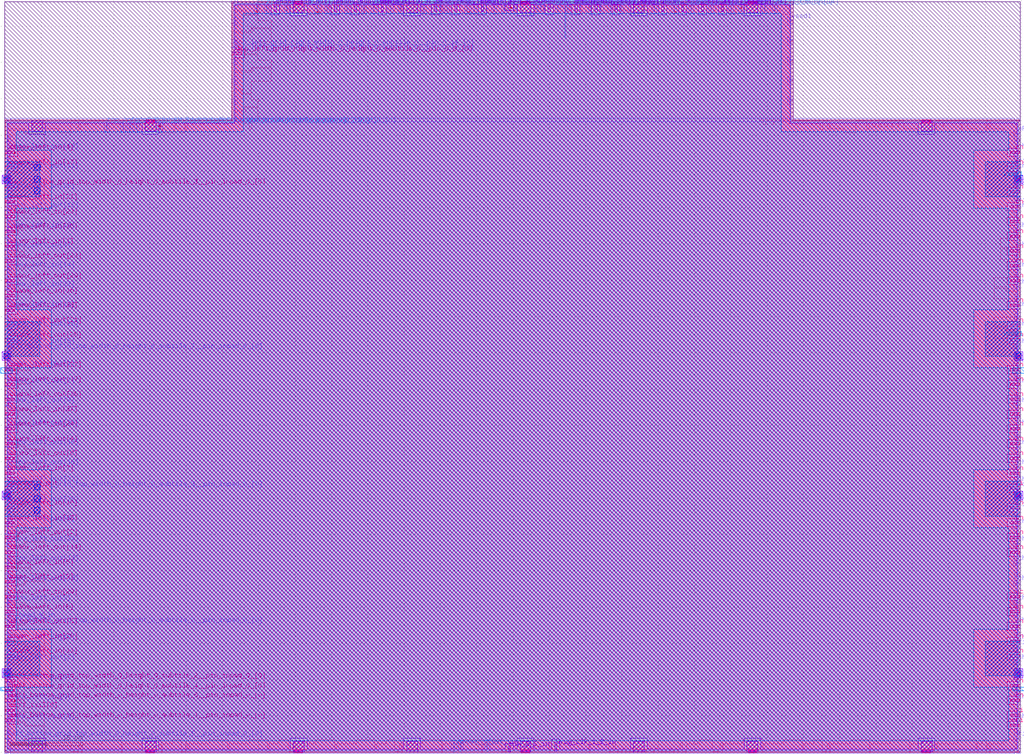
<source format=lef>
VERSION 5.7 ;
BUSBITCHARS "[]" ;

UNITS
  DATABASE MICRONS 1000 ;
END UNITS

MANUFACTURINGGRID 0.005 ;

LAYER li1
  TYPE ROUTING ;
  DIRECTION VERTICAL ;
  PITCH 0.46 ;
  WIDTH 0.17 ;
END li1

LAYER mcon
  TYPE CUT ;
END mcon

LAYER met1
  TYPE ROUTING ;
  DIRECTION HORIZONTAL ;
  PITCH 0.34 ;
  WIDTH 0.14 ;
END met1

LAYER via
  TYPE CUT ;
END via

LAYER met2
  TYPE ROUTING ;
  DIRECTION VERTICAL ;
  PITCH 0.46 ;
  WIDTH 0.14 ;
END met2

LAYER via2
  TYPE CUT ;
END via2

LAYER met3
  TYPE ROUTING ;
  DIRECTION HORIZONTAL ;
  PITCH 0.68 ;
  WIDTH 0.3 ;
END met3

LAYER via3
  TYPE CUT ;
END via3

LAYER met4
  TYPE ROUTING ;
  DIRECTION VERTICAL ;
  PITCH 0.92 ;
  WIDTH 0.3 ;
END met4

LAYER via4
  TYPE CUT ;
END via4

LAYER met5
  TYPE ROUTING ;
  DIRECTION HORIZONTAL ;
  PITCH 3.4 ;
  WIDTH 1.6 ;
END met5

LAYER nwell
  TYPE MASTERSLICE ;
END nwell

LAYER pwell
  TYPE MASTERSLICE ;
END pwell

LAYER OVERLAP
  TYPE OVERLAP ;
END OVERLAP

VIA L1M1_PR
  LAYER li1 ;
    RECT -0.085 -0.085 0.085 0.085 ;
  LAYER mcon ;
    RECT -0.085 -0.085 0.085 0.085 ;
  LAYER met1 ;
    RECT -0.145 -0.115 0.145 0.115 ;
END L1M1_PR

VIA L1M1_PR_R
  LAYER li1 ;
    RECT -0.085 -0.085 0.085 0.085 ;
  LAYER mcon ;
    RECT -0.085 -0.085 0.085 0.085 ;
  LAYER met1 ;
    RECT -0.115 -0.145 0.115 0.145 ;
END L1M1_PR_R

VIA L1M1_PR_M
  LAYER li1 ;
    RECT -0.085 -0.085 0.085 0.085 ;
  LAYER mcon ;
    RECT -0.085 -0.085 0.085 0.085 ;
  LAYER met1 ;
    RECT -0.115 -0.145 0.115 0.145 ;
END L1M1_PR_M

VIA L1M1_PR_MR
  LAYER li1 ;
    RECT -0.085 -0.085 0.085 0.085 ;
  LAYER mcon ;
    RECT -0.085 -0.085 0.085 0.085 ;
  LAYER met1 ;
    RECT -0.145 -0.115 0.145 0.115 ;
END L1M1_PR_MR

VIA L1M1_PR_C
  LAYER li1 ;
    RECT -0.085 -0.085 0.085 0.085 ;
  LAYER mcon ;
    RECT -0.085 -0.085 0.085 0.085 ;
  LAYER met1 ;
    RECT -0.145 -0.145 0.145 0.145 ;
END L1M1_PR_C

VIA M1M2_PR
  LAYER met1 ;
    RECT -0.16 -0.13 0.16 0.13 ;
  LAYER via ;
    RECT -0.075 -0.075 0.075 0.075 ;
  LAYER met2 ;
    RECT -0.13 -0.16 0.13 0.16 ;
END M1M2_PR

VIA M1M2_PR_Enc
  LAYER met1 ;
    RECT -0.16 -0.13 0.16 0.13 ;
  LAYER via ;
    RECT -0.075 -0.075 0.075 0.075 ;
  LAYER met2 ;
    RECT -0.16 -0.13 0.16 0.13 ;
END M1M2_PR_Enc

VIA M1M2_PR_R
  LAYER met1 ;
    RECT -0.13 -0.16 0.13 0.16 ;
  LAYER via ;
    RECT -0.075 -0.075 0.075 0.075 ;
  LAYER met2 ;
    RECT -0.16 -0.13 0.16 0.13 ;
END M1M2_PR_R

VIA M1M2_PR_R_Enc
  LAYER met1 ;
    RECT -0.13 -0.16 0.13 0.16 ;
  LAYER via ;
    RECT -0.075 -0.075 0.075 0.075 ;
  LAYER met2 ;
    RECT -0.13 -0.16 0.13 0.16 ;
END M1M2_PR_R_Enc

VIA M1M2_PR_M
  LAYER met1 ;
    RECT -0.16 -0.13 0.16 0.13 ;
  LAYER via ;
    RECT -0.075 -0.075 0.075 0.075 ;
  LAYER met2 ;
    RECT -0.16 -0.13 0.16 0.13 ;
END M1M2_PR_M

VIA M1M2_PR_M_Enc
  LAYER met1 ;
    RECT -0.16 -0.13 0.16 0.13 ;
  LAYER via ;
    RECT -0.075 -0.075 0.075 0.075 ;
  LAYER met2 ;
    RECT -0.13 -0.16 0.13 0.16 ;
END M1M2_PR_M_Enc

VIA M1M2_PR_MR
  LAYER met1 ;
    RECT -0.13 -0.16 0.13 0.16 ;
  LAYER via ;
    RECT -0.075 -0.075 0.075 0.075 ;
  LAYER met2 ;
    RECT -0.13 -0.16 0.13 0.16 ;
END M1M2_PR_MR

VIA M1M2_PR_MR_Enc
  LAYER met1 ;
    RECT -0.13 -0.16 0.13 0.16 ;
  LAYER via ;
    RECT -0.075 -0.075 0.075 0.075 ;
  LAYER met2 ;
    RECT -0.16 -0.13 0.16 0.13 ;
END M1M2_PR_MR_Enc

VIA M1M2_PR_C
  LAYER met1 ;
    RECT -0.16 -0.16 0.16 0.16 ;
  LAYER via ;
    RECT -0.075 -0.075 0.075 0.075 ;
  LAYER met2 ;
    RECT -0.16 -0.16 0.16 0.16 ;
END M1M2_PR_C

VIA M2M3_PR
  LAYER met2 ;
    RECT -0.14 -0.185 0.14 0.185 ;
  LAYER via2 ;
    RECT -0.1 -0.1 0.1 0.1 ;
  LAYER met3 ;
    RECT -0.165 -0.165 0.165 0.165 ;
END M2M3_PR

VIA M2M3_PR_R
  LAYER met2 ;
    RECT -0.185 -0.14 0.185 0.14 ;
  LAYER via2 ;
    RECT -0.1 -0.1 0.1 0.1 ;
  LAYER met3 ;
    RECT -0.165 -0.165 0.165 0.165 ;
END M2M3_PR_R

VIA M2M3_PR_M
  LAYER met2 ;
    RECT -0.14 -0.185 0.14 0.185 ;
  LAYER via2 ;
    RECT -0.1 -0.1 0.1 0.1 ;
  LAYER met3 ;
    RECT -0.165 -0.165 0.165 0.165 ;
END M2M3_PR_M

VIA M2M3_PR_MR
  LAYER met2 ;
    RECT -0.185 -0.14 0.185 0.14 ;
  LAYER via2 ;
    RECT -0.1 -0.1 0.1 0.1 ;
  LAYER met3 ;
    RECT -0.165 -0.165 0.165 0.165 ;
END M2M3_PR_MR

VIA M2M3_PR_C
  LAYER met2 ;
    RECT -0.185 -0.185 0.185 0.185 ;
  LAYER via2 ;
    RECT -0.1 -0.1 0.1 0.1 ;
  LAYER met3 ;
    RECT -0.165 -0.165 0.165 0.165 ;
END M2M3_PR_C

VIA M3M4_PR
  LAYER met3 ;
    RECT -0.19 -0.16 0.19 0.16 ;
  LAYER via3 ;
    RECT -0.1 -0.1 0.1 0.1 ;
  LAYER met4 ;
    RECT -0.165 -0.165 0.165 0.165 ;
END M3M4_PR

VIA M3M4_PR_R
  LAYER met3 ;
    RECT -0.16 -0.19 0.16 0.19 ;
  LAYER via3 ;
    RECT -0.1 -0.1 0.1 0.1 ;
  LAYER met4 ;
    RECT -0.165 -0.165 0.165 0.165 ;
END M3M4_PR_R

VIA M3M4_PR_M
  LAYER met3 ;
    RECT -0.19 -0.16 0.19 0.16 ;
  LAYER via3 ;
    RECT -0.1 -0.1 0.1 0.1 ;
  LAYER met4 ;
    RECT -0.165 -0.165 0.165 0.165 ;
END M3M4_PR_M

VIA M3M4_PR_MR
  LAYER met3 ;
    RECT -0.16 -0.19 0.16 0.19 ;
  LAYER via3 ;
    RECT -0.1 -0.1 0.1 0.1 ;
  LAYER met4 ;
    RECT -0.165 -0.165 0.165 0.165 ;
END M3M4_PR_MR

VIA M3M4_PR_C
  LAYER met3 ;
    RECT -0.19 -0.19 0.19 0.19 ;
  LAYER via3 ;
    RECT -0.1 -0.1 0.1 0.1 ;
  LAYER met4 ;
    RECT -0.165 -0.165 0.165 0.165 ;
END M3M4_PR_C

VIA M4M5_PR
  LAYER met4 ;
    RECT -0.59 -0.59 0.59 0.59 ;
  LAYER via4 ;
    RECT -0.4 -0.4 0.4 0.4 ;
  LAYER met5 ;
    RECT -0.71 -0.71 0.71 0.71 ;
END M4M5_PR

VIA M4M5_PR_R
  LAYER met4 ;
    RECT -0.59 -0.59 0.59 0.59 ;
  LAYER via4 ;
    RECT -0.4 -0.4 0.4 0.4 ;
  LAYER met5 ;
    RECT -0.71 -0.71 0.71 0.71 ;
END M4M5_PR_R

VIA M4M5_PR_M
  LAYER met4 ;
    RECT -0.59 -0.59 0.59 0.59 ;
  LAYER via4 ;
    RECT -0.4 -0.4 0.4 0.4 ;
  LAYER met5 ;
    RECT -0.71 -0.71 0.71 0.71 ;
END M4M5_PR_M

VIA M4M5_PR_MR
  LAYER met4 ;
    RECT -0.59 -0.59 0.59 0.59 ;
  LAYER via4 ;
    RECT -0.4 -0.4 0.4 0.4 ;
  LAYER met5 ;
    RECT -0.71 -0.71 0.71 0.71 ;
END M4M5_PR_MR

VIA M4M5_PR_C
  LAYER met4 ;
    RECT -0.59 -0.59 0.59 0.59 ;
  LAYER via4 ;
    RECT -0.4 -0.4 0.4 0.4 ;
  LAYER met5 ;
    RECT -0.71 -0.71 0.71 0.71 ;
END M4M5_PR_C

SITE unit
  CLASS CORE ;
  SYMMETRY Y ;
  SIZE 0.46 BY 2.72 ;
END unit

SITE unithddbl
  CLASS CORE ;
  SIZE 0.46 BY 5.44 ;
END unithddbl

MACRO sb_1__0_
  CLASS BLOCK ;
  ORIGIN 0 0 ;
  SIZE 139.84 BY 103.36 ;
  SYMMETRY X Y ;
  PIN pReset[0]
    DIRECTION INPUT ;
    USE SIGNAL ;
    PORT
      LAYER met2 ;
        RECT 59.96 102 60.1 103.36 ;
    END
  END pReset[0]
  PIN chany_top_in[0]
    DIRECTION INPUT ;
    USE SIGNAL ;
    PORT
      LAYER met2 ;
        RECT 69.62 102 69.76 103.36 ;
    END
  END chany_top_in[0]
  PIN chany_top_in[1]
    DIRECTION INPUT ;
    USE SIGNAL ;
    PORT
      LAYER met2 ;
        RECT 36.04 102 36.18 103.36 ;
    END
  END chany_top_in[1]
  PIN chany_top_in[2]
    DIRECTION INPUT ;
    USE SIGNAL ;
    PORT
      LAYER met4 ;
        RECT 93.23 102 93.53 103.36 ;
    END
  END chany_top_in[2]
  PIN chany_top_in[3]
    DIRECTION INPUT ;
    USE SIGNAL ;
    PORT
      LAYER met2 ;
        RECT 73.76 102 73.9 103.36 ;
    END
  END chany_top_in[3]
  PIN chany_top_in[4]
    DIRECTION INPUT ;
    USE SIGNAL ;
    PORT
      LAYER met2 ;
        RECT 84.8 102 84.94 103.36 ;
    END
  END chany_top_in[4]
  PIN chany_top_in[5]
    DIRECTION INPUT ;
    USE SIGNAL ;
    PORT
      LAYER met2 ;
        RECT 97.22 102 97.36 103.36 ;
    END
  END chany_top_in[5]
  PIN chany_top_in[6]
    DIRECTION INPUT ;
    USE SIGNAL ;
    PORT
      LAYER met2 ;
        RECT 92.16 102 92.3 103.36 ;
    END
  END chany_top_in[6]
  PIN chany_top_in[7]
    DIRECTION INPUT ;
    USE SIGNAL ;
    PORT
      LAYER met4 ;
        RECT 61.95 102 62.25 103.36 ;
    END
  END chany_top_in[7]
  PIN chany_top_in[8]
    DIRECTION INPUT ;
    USE SIGNAL ;
    PORT
      LAYER met4 ;
        RECT 45.39 102 45.69 103.36 ;
    END
  END chany_top_in[8]
  PIN chany_top_in[9]
    DIRECTION INPUT ;
    USE SIGNAL ;
    PORT
      LAYER met2 ;
        RECT 60.88 102 61.02 103.36 ;
    END
  END chany_top_in[9]
  PIN chany_top_in[10]
    DIRECTION INPUT ;
    USE SIGNAL ;
    PORT
      LAYER met4 ;
        RECT 74.83 102 75.13 103.36 ;
    END
  END chany_top_in[10]
  PIN chany_top_in[11]
    DIRECTION INPUT ;
    USE SIGNAL ;
    PORT
      LAYER met2 ;
        RECT 73.3 102 73.44 103.36 ;
    END
  END chany_top_in[11]
  PIN chany_top_in[12]
    DIRECTION INPUT ;
    USE SIGNAL ;
    PORT
      LAYER met2 ;
        RECT 53.06 102 53.2 103.36 ;
    END
  END chany_top_in[12]
  PIN chany_top_in[13]
    DIRECTION INPUT ;
    USE SIGNAL ;
    PORT
      LAYER met4 ;
        RECT 59.19 102 59.49 103.36 ;
    END
  END chany_top_in[13]
  PIN chany_top_in[14]
    DIRECTION INPUT ;
    USE SIGNAL ;
    PORT
      LAYER met2 ;
        RECT 105.96 102 106.1 103.36 ;
    END
  END chany_top_in[14]
  PIN chany_top_in[15]
    DIRECTION INPUT ;
    USE SIGNAL ;
    PORT
      LAYER met2 ;
        RECT 95.84 102 95.98 103.36 ;
    END
  END chany_top_in[15]
  PIN chany_top_in[16]
    DIRECTION INPUT ;
    USE SIGNAL ;
    PORT
      LAYER met2 ;
        RECT 98.6 102 98.74 103.36 ;
    END
  END chany_top_in[16]
  PIN chany_top_in[17]
    DIRECTION INPUT ;
    USE SIGNAL ;
    PORT
      LAYER met2 ;
        RECT 89.4 102 89.54 103.36 ;
    END
  END chany_top_in[17]
  PIN chany_top_in[18]
    DIRECTION INPUT ;
    USE SIGNAL ;
    PORT
      LAYER met4 ;
        RECT 81.27 102 81.57 103.36 ;
    END
  END chany_top_in[18]
  PIN chany_top_in[19]
    DIRECTION INPUT ;
    USE SIGNAL ;
    PORT
      LAYER met2 ;
        RECT 34.66 102 34.8 103.36 ;
    END
  END chany_top_in[19]
  PIN chany_top_in[20]
    DIRECTION INPUT ;
    USE SIGNAL ;
    PORT
      LAYER met2 ;
        RECT 59.04 102 59.18 103.36 ;
    END
  END chany_top_in[20]
  PIN chany_top_in[21]
    DIRECTION INPUT ;
    USE SIGNAL ;
    PORT
      LAYER met2 ;
        RECT 42.94 102 43.08 103.36 ;
    END
  END chany_top_in[21]
  PIN chany_top_in[22]
    DIRECTION INPUT ;
    USE SIGNAL ;
    PORT
      LAYER met2 ;
        RECT 83.42 102 83.56 103.36 ;
    END
  END chany_top_in[22]
  PIN chany_top_in[23]
    DIRECTION INPUT ;
    USE SIGNAL ;
    PORT
      LAYER met4 ;
        RECT 84.03 102 84.33 103.36 ;
    END
  END chany_top_in[23]
  PIN chany_top_in[24]
    DIRECTION INPUT ;
    USE SIGNAL ;
    PORT
      LAYER met4 ;
        RECT 98.75 102 99.05 103.36 ;
    END
  END chany_top_in[24]
  PIN chany_top_in[25]
    DIRECTION INPUT ;
    USE SIGNAL ;
    PORT
      LAYER met4 ;
        RECT 95.99 102 96.29 103.36 ;
    END
  END chany_top_in[25]
  PIN chany_top_in[26]
    DIRECTION INPUT ;
    USE SIGNAL ;
    PORT
      LAYER met2 ;
        RECT 72.84 102 72.98 103.36 ;
    END
  END chany_top_in[26]
  PIN chany_top_in[27]
    DIRECTION INPUT ;
    USE SIGNAL ;
    PORT
      LAYER met2 ;
        RECT 86.18 102 86.32 103.36 ;
    END
  END chany_top_in[27]
  PIN chany_top_in[28]
    DIRECTION INPUT ;
    USE SIGNAL ;
    PORT
      LAYER met2 ;
        RECT 99.98 102 100.12 103.36 ;
    END
  END chany_top_in[28]
  PIN chany_top_in[29]
    DIRECTION INPUT ;
    USE SIGNAL ;
    PORT
      LAYER met2 ;
        RECT 87.56 102 87.7 103.36 ;
    END
  END chany_top_in[29]
  PIN top_left_grid_right_width_0_height_0_subtile_0__pin_O_8_[0]
    DIRECTION INPUT ;
    USE SIGNAL ;
    PORT
      LAYER met3 ;
        RECT 31.28 96.07 32.66 96.37 ;
    END
  END top_left_grid_right_width_0_height_0_subtile_0__pin_O_8_[0]
  PIN top_left_grid_right_width_0_height_0_subtile_0__pin_O_9_[0]
    DIRECTION INPUT ;
    USE SIGNAL ;
    PORT
      LAYER met2 ;
        RECT 21.32 85.68 21.46 87.04 ;
    END
  END top_left_grid_right_width_0_height_0_subtile_0__pin_O_9_[0]
  PIN top_left_grid_right_width_0_height_0_subtile_0__pin_O_10_[0]
    DIRECTION INPUT ;
    USE SIGNAL ;
    PORT
      LAYER met2 ;
        RECT 13.96 85.68 14.1 87.04 ;
    END
  END top_left_grid_right_width_0_height_0_subtile_0__pin_O_10_[0]
  PIN top_left_grid_right_width_0_height_0_subtile_0__pin_O_11_[0]
    DIRECTION INPUT ;
    USE SIGNAL ;
    PORT
      LAYER met2 ;
        RECT 18.1 85.68 18.24 87.04 ;
    END
  END top_left_grid_right_width_0_height_0_subtile_0__pin_O_11_[0]
  PIN top_left_grid_right_width_0_height_0_subtile_0__pin_O_12_[0]
    DIRECTION INPUT ;
    USE SIGNAL ;
    PORT
      LAYER met1 ;
        RECT 31.28 96.32 31.875 96.46 ;
    END
  END top_left_grid_right_width_0_height_0_subtile_0__pin_O_12_[0]
  PIN top_left_grid_right_width_0_height_0_subtile_0__pin_O_13_[0]
    DIRECTION INPUT ;
    USE SIGNAL ;
    PORT
      LAYER met2 ;
        RECT 17.18 85.68 17.32 87.04 ;
    END
  END top_left_grid_right_width_0_height_0_subtile_0__pin_O_13_[0]
  PIN top_left_grid_right_width_0_height_0_subtile_0__pin_O_14_[0]
    DIRECTION INPUT ;
    USE SIGNAL ;
    PORT
      LAYER met1 ;
        RECT 31.28 97 31.875 97.14 ;
    END
  END top_left_grid_right_width_0_height_0_subtile_0__pin_O_14_[0]
  PIN top_left_grid_right_width_0_height_0_subtile_0__pin_O_15_[0]
    DIRECTION INPUT ;
    USE SIGNAL ;
    PORT
      LAYER met2 ;
        RECT 16.26 85.68 16.4 87.04 ;
    END
  END top_left_grid_right_width_0_height_0_subtile_0__pin_O_15_[0]
  PIN chanx_right_in[0]
    DIRECTION INPUT ;
    USE SIGNAL ;
    PORT
      LAYER met1 ;
        RECT 139.245 25.94 139.84 26.08 ;
    END
  END chanx_right_in[0]
  PIN chanx_right_in[1]
    DIRECTION INPUT ;
    USE SIGNAL ;
    PORT
      LAYER met3 ;
        RECT 138.46 64.79 139.84 65.09 ;
    END
  END chanx_right_in[1]
  PIN chanx_right_in[2]
    DIRECTION INPUT ;
    USE SIGNAL ;
    PORT
      LAYER met3 ;
        RECT 138.46 50.51 139.84 50.81 ;
    END
  END chanx_right_in[2]
  PIN chanx_right_in[3]
    DIRECTION INPUT ;
    USE SIGNAL ;
    PORT
      LAYER met3 ;
        RECT 138.46 58.67 139.84 58.97 ;
    END
  END chanx_right_in[3]
  PIN chanx_right_in[4]
    DIRECTION INPUT ;
    USE SIGNAL ;
    PORT
      LAYER met3 ;
        RECT 138.46 9.03 139.84 9.33 ;
    END
  END chanx_right_in[4]
  PIN chanx_right_in[5]
    DIRECTION INPUT ;
    USE SIGNAL ;
    PORT
      LAYER met3 ;
        RECT 138.46 38.27 139.84 38.57 ;
    END
  END chanx_right_in[5]
  PIN chanx_right_in[6]
    DIRECTION INPUT ;
    USE SIGNAL ;
    PORT
      LAYER met3 ;
        RECT 138.46 15.15 139.84 15.45 ;
    END
  END chanx_right_in[6]
  PIN chanx_right_in[7]
    DIRECTION INPUT ;
    USE SIGNAL ;
    PORT
      LAYER met3 ;
        RECT 138.46 46.43 139.84 46.73 ;
    END
  END chanx_right_in[7]
  PIN chanx_right_in[8]
    DIRECTION INPUT ;
    USE SIGNAL ;
    PORT
      LAYER met3 ;
        RECT 138.46 44.39 139.84 44.69 ;
    END
  END chanx_right_in[8]
  PIN chanx_right_in[9]
    DIRECTION INPUT ;
    USE SIGNAL ;
    PORT
      LAYER met1 ;
        RECT 139.245 6.9 139.84 7.04 ;
    END
  END chanx_right_in[9]
  PIN chanx_right_in[10]
    DIRECTION INPUT ;
    USE SIGNAL ;
    PORT
      LAYER met3 ;
        RECT 138.46 27.39 139.84 27.69 ;
    END
  END chanx_right_in[10]
  PIN chanx_right_in[11]
    DIRECTION INPUT ;
    USE SIGNAL ;
    PORT
      LAYER met1 ;
        RECT 139.245 4.18 139.84 4.32 ;
    END
  END chanx_right_in[11]
  PIN chanx_right_in[12]
    DIRECTION INPUT ;
    USE SIGNAL ;
    PORT
      LAYER met3 ;
        RECT 138.46 17.19 139.84 17.49 ;
    END
  END chanx_right_in[12]
  PIN chanx_right_in[13]
    DIRECTION INPUT ;
    USE SIGNAL ;
    PORT
      LAYER met1 ;
        RECT 139.245 12.34 139.84 12.48 ;
    END
  END chanx_right_in[13]
  PIN chanx_right_in[14]
    DIRECTION INPUT ;
    USE SIGNAL ;
    PORT
      LAYER met1 ;
        RECT 139.245 58.24 139.84 58.38 ;
    END
  END chanx_right_in[14]
  PIN chanx_right_in[15]
    DIRECTION INPUT ;
    USE SIGNAL ;
    PORT
      LAYER met3 ;
        RECT 138.46 6.99 139.84 7.29 ;
    END
  END chanx_right_in[15]
  PIN chanx_right_in[16]
    DIRECTION INPUT ;
    USE SIGNAL ;
    PORT
      LAYER met3 ;
        RECT 138.46 19.23 139.84 19.53 ;
    END
  END chanx_right_in[16]
  PIN chanx_right_in[17]
    DIRECTION INPUT ;
    USE SIGNAL ;
    PORT
      LAYER met3 ;
        RECT 138.46 42.35 139.84 42.65 ;
    END
  END chanx_right_in[17]
  PIN chanx_right_in[18]
    DIRECTION INPUT ;
    USE SIGNAL ;
    PORT
      LAYER met1 ;
        RECT 139.245 20.5 139.84 20.64 ;
    END
  END chanx_right_in[18]
  PIN chanx_right_in[19]
    DIRECTION INPUT ;
    USE SIGNAL ;
    PORT
      LAYER met1 ;
        RECT 139.245 34.1 139.84 34.24 ;
    END
  END chanx_right_in[19]
  PIN chanx_right_in[20]
    DIRECTION INPUT ;
    USE SIGNAL ;
    PORT
      LAYER met1 ;
        RECT 139.245 23.22 139.84 23.36 ;
    END
  END chanx_right_in[20]
  PIN chanx_right_in[21]
    DIRECTION INPUT ;
    USE SIGNAL ;
    PORT
      LAYER met3 ;
        RECT 138.46 33.51 139.84 33.81 ;
    END
  END chanx_right_in[21]
  PIN chanx_right_in[22]
    DIRECTION INPUT ;
    USE SIGNAL ;
    PORT
      LAYER met3 ;
        RECT 138.46 77.03 139.84 77.33 ;
    END
  END chanx_right_in[22]
  PIN chanx_right_in[23]
    DIRECTION INPUT ;
    USE SIGNAL ;
    PORT
      LAYER met3 ;
        RECT 138.46 72.95 139.84 73.25 ;
    END
  END chanx_right_in[23]
  PIN chanx_right_in[24]
    DIRECTION INPUT ;
    USE SIGNAL ;
    PORT
      LAYER met1 ;
        RECT 139.245 15.06 139.84 15.2 ;
    END
  END chanx_right_in[24]
  PIN chanx_right_in[25]
    DIRECTION INPUT ;
    USE SIGNAL ;
    PORT
      LAYER met3 ;
        RECT 138.46 56.63 139.84 56.93 ;
    END
  END chanx_right_in[25]
  PIN chanx_right_in[26]
    DIRECTION INPUT ;
    USE SIGNAL ;
    PORT
      LAYER met1 ;
        RECT 139.245 55.86 139.84 56 ;
    END
  END chanx_right_in[26]
  PIN chanx_right_in[27]
    DIRECTION INPUT ;
    USE SIGNAL ;
    PORT
      LAYER met3 ;
        RECT 138.46 74.99 139.84 75.29 ;
    END
  END chanx_right_in[27]
  PIN chanx_right_in[28]
    DIRECTION INPUT ;
    USE SIGNAL ;
    PORT
      LAYER met1 ;
        RECT 139.245 17.44 139.84 17.58 ;
    END
  END chanx_right_in[28]
  PIN chanx_right_in[29]
    DIRECTION INPUT ;
    USE SIGNAL ;
    PORT
      LAYER met1 ;
        RECT 139.245 80 139.84 80.14 ;
    END
  END chanx_right_in[29]
  PIN right_bottom_grid_top_width_0_height_0_subtile_0__pin_inpad_0_[0]
    DIRECTION INPUT ;
    USE SIGNAL ;
    PORT
      LAYER met1 ;
        RECT 139.245 14.38 139.84 14.52 ;
    END
  END right_bottom_grid_top_width_0_height_0_subtile_0__pin_inpad_0_[0]
  PIN right_bottom_grid_top_width_0_height_0_subtile_1__pin_inpad_0_[0]
    DIRECTION INPUT ;
    USE SIGNAL ;
    PORT
      LAYER met1 ;
        RECT 139.245 33.42 139.84 33.56 ;
    END
  END right_bottom_grid_top_width_0_height_0_subtile_1__pin_inpad_0_[0]
  PIN right_bottom_grid_top_width_0_height_0_subtile_2__pin_inpad_0_[0]
    DIRECTION INPUT ;
    USE SIGNAL ;
    PORT
      LAYER met3 ;
        RECT 138.46 4.95 139.84 5.25 ;
    END
  END right_bottom_grid_top_width_0_height_0_subtile_2__pin_inpad_0_[0]
  PIN right_bottom_grid_top_width_0_height_0_subtile_3__pin_inpad_0_[0]
    DIRECTION INPUT ;
    USE SIGNAL ;
    PORT
      LAYER met1 ;
        RECT 139.245 80.68 139.84 80.82 ;
    END
  END right_bottom_grid_top_width_0_height_0_subtile_3__pin_inpad_0_[0]
  PIN right_bottom_grid_top_width_0_height_0_subtile_4__pin_inpad_0_[0]
    DIRECTION INPUT ;
    USE SIGNAL ;
    PORT
      LAYER met3 ;
        RECT 138.46 3.59 139.84 3.89 ;
    END
  END right_bottom_grid_top_width_0_height_0_subtile_4__pin_inpad_0_[0]
  PIN right_bottom_grid_top_width_0_height_0_subtile_5__pin_inpad_0_[0]
    DIRECTION INPUT ;
    USE SIGNAL ;
    PORT
      LAYER met1 ;
        RECT 139.245 1.8 139.84 1.94 ;
    END
  END right_bottom_grid_top_width_0_height_0_subtile_5__pin_inpad_0_[0]
  PIN right_bottom_grid_top_width_0_height_0_subtile_6__pin_inpad_0_[0]
    DIRECTION INPUT ;
    USE SIGNAL ;
    PORT
      LAYER met1 ;
        RECT 139.245 77.96 139.84 78.1 ;
    END
  END right_bottom_grid_top_width_0_height_0_subtile_6__pin_inpad_0_[0]
  PIN right_bottom_grid_top_width_0_height_0_subtile_7__pin_inpad_0_[0]
    DIRECTION INPUT ;
    USE SIGNAL ;
    PORT
      LAYER met3 ;
        RECT 138.46 36.23 139.84 36.53 ;
    END
  END right_bottom_grid_top_width_0_height_0_subtile_7__pin_inpad_0_[0]
  PIN right_bottom_grid_top_width_0_height_0_subtile_8__pin_inpad_0_[0]
    DIRECTION INPUT ;
    USE SIGNAL ;
    PORT
      LAYER met1 ;
        RECT 139.245 75.24 139.84 75.38 ;
    END
  END right_bottom_grid_top_width_0_height_0_subtile_8__pin_inpad_0_[0]
  PIN chanx_left_in[0]
    DIRECTION INPUT ;
    USE SIGNAL ;
    PORT
      LAYER met1 ;
        RECT 0 6.9 0.595 7.04 ;
    END
  END chanx_left_in[0]
  PIN chanx_left_in[1]
    DIRECTION INPUT ;
    USE SIGNAL ;
    PORT
      LAYER met3 ;
        RECT 0 69.55 1.38 69.85 ;
    END
  END chanx_left_in[1]
  PIN chanx_left_in[2]
    DIRECTION INPUT ;
    USE SIGNAL ;
    PORT
      LAYER met1 ;
        RECT 0 20.5 0.595 20.64 ;
    END
  END chanx_left_in[2]
  PIN chanx_left_in[3]
    DIRECTION INPUT ;
    USE SIGNAL ;
    PORT
      LAYER met1 ;
        RECT 0 69.12 0.595 69.26 ;
    END
  END chanx_left_in[3]
  PIN chanx_left_in[4]
    DIRECTION INPUT ;
    USE SIGNAL ;
    PORT
      LAYER met3 ;
        RECT 0 82.47 1.38 82.77 ;
    END
  END chanx_left_in[4]
  PIN chanx_left_in[5]
    DIRECTION INPUT ;
    USE SIGNAL ;
    PORT
      LAYER met3 ;
        RECT 0 25.35 1.38 25.65 ;
    END
  END chanx_left_in[5]
  PIN chanx_left_in[6]
    DIRECTION INPUT ;
    USE SIGNAL ;
    PORT
      LAYER met1 ;
        RECT 0 9.62 0.595 9.76 ;
    END
  END chanx_left_in[6]
  PIN chanx_left_in[7]
    DIRECTION INPUT ;
    USE SIGNAL ;
    PORT
      LAYER met3 ;
        RECT 0 38.27 1.38 38.57 ;
    END
  END chanx_left_in[7]
  PIN chanx_left_in[8]
    DIRECTION INPUT ;
    USE SIGNAL ;
    PORT
      LAYER met3 ;
        RECT 0 19.23 1.38 19.53 ;
    END
  END chanx_left_in[8]
  PIN chanx_left_in[9]
    DIRECTION INPUT ;
    USE SIGNAL ;
    PORT
      LAYER met3 ;
        RECT 0 23.31 1.38 23.61 ;
    END
  END chanx_left_in[9]
  PIN chanx_left_in[10]
    DIRECTION INPUT ;
    USE SIGNAL ;
    PORT
      LAYER met3 ;
        RECT 0 33.51 1.38 33.81 ;
    END
  END chanx_left_in[10]
  PIN chanx_left_in[11]
    DIRECTION INPUT ;
    USE SIGNAL ;
    PORT
      LAYER met3 ;
        RECT 0 13.11 1.38 13.41 ;
    END
  END chanx_left_in[11]
  PIN chanx_left_in[12]
    DIRECTION INPUT ;
    USE SIGNAL ;
    PORT
      LAYER met3 ;
        RECT 0 31.47 1.38 31.77 ;
    END
  END chanx_left_in[12]
  PIN chanx_left_in[13]
    DIRECTION INPUT ;
    USE SIGNAL ;
    PORT
      LAYER met1 ;
        RECT 0 60.96 0.595 61.1 ;
    END
  END chanx_left_in[13]
  PIN chanx_left_in[14]
    DIRECTION INPUT ;
    USE SIGNAL ;
    PORT
      LAYER met1 ;
        RECT 0 66.4 0.595 66.54 ;
    END
  END chanx_left_in[14]
  PIN chanx_left_in[15]
    DIRECTION INPUT ;
    USE SIGNAL ;
    PORT
      LAYER met1 ;
        RECT 0 55.86 0.595 56 ;
    END
  END chanx_left_in[15]
  PIN chanx_left_in[16]
    DIRECTION INPUT ;
    USE SIGNAL ;
    PORT
      LAYER met3 ;
        RECT 0 62.75 1.38 63.05 ;
    END
  END chanx_left_in[16]
  PIN chanx_left_in[17]
    DIRECTION INPUT ;
    USE SIGNAL ;
    PORT
      LAYER met3 ;
        RECT 0 80.43 1.38 80.73 ;
    END
  END chanx_left_in[17]
  PIN chanx_left_in[18]
    DIRECTION INPUT ;
    USE SIGNAL ;
    PORT
      LAYER met1 ;
        RECT 0 15.06 0.595 15.2 ;
    END
  END chanx_left_in[18]
  PIN chanx_left_in[19]
    DIRECTION INPUT ;
    USE SIGNAL ;
    PORT
      LAYER met1 ;
        RECT 0 71.84 0.595 71.98 ;
    END
  END chanx_left_in[19]
  PIN chanx_left_in[20]
    DIRECTION INPUT ;
    USE SIGNAL ;
    PORT
      LAYER met3 ;
        RECT 0 15.15 1.38 15.45 ;
    END
  END chanx_left_in[20]
  PIN chanx_left_in[21]
    DIRECTION INPUT ;
    USE SIGNAL ;
    PORT
      LAYER met3 ;
        RECT 0 75.67 1.38 75.97 ;
    END
  END chanx_left_in[21]
  PIN chanx_left_in[22]
    DIRECTION INPUT ;
    USE SIGNAL ;
    PORT
      LAYER met1 ;
        RECT 0 63.68 0.595 63.82 ;
    END
  END chanx_left_in[22]
  PIN chanx_left_in[23]
    DIRECTION INPUT ;
    USE SIGNAL ;
    PORT
      LAYER met3 ;
        RECT 0 73.63 1.38 73.93 ;
    END
  END chanx_left_in[23]
  PIN chanx_left_in[24]
    DIRECTION INPUT ;
    USE SIGNAL ;
    PORT
      LAYER met3 ;
        RECT 0 44.39 1.38 44.69 ;
    END
  END chanx_left_in[24]
  PIN chanx_left_in[25]
    DIRECTION INPUT ;
    USE SIGNAL ;
    PORT
      LAYER met1 ;
        RECT 0 77.28 0.595 77.42 ;
    END
  END chanx_left_in[25]
  PIN chanx_left_in[26]
    DIRECTION INPUT ;
    USE SIGNAL ;
    PORT
      LAYER met3 ;
        RECT 0 71.59 1.38 71.89 ;
    END
  END chanx_left_in[26]
  PIN chanx_left_in[27]
    DIRECTION INPUT ;
    USE SIGNAL ;
    PORT
      LAYER met3 ;
        RECT 0 46.43 1.38 46.73 ;
    END
  END chanx_left_in[27]
  PIN chanx_left_in[28]
    DIRECTION INPUT ;
    USE SIGNAL ;
    PORT
      LAYER met3 ;
        RECT 0 60.71 1.38 61.01 ;
    END
  END chanx_left_in[28]
  PIN chanx_left_in[29]
    DIRECTION INPUT ;
    USE SIGNAL ;
    PORT
      LAYER met3 ;
        RECT 0 21.27 1.38 21.57 ;
    END
  END chanx_left_in[29]
  PIN left_bottom_grid_top_width_0_height_0_subtile_0__pin_inpad_0_[0]
    DIRECTION INPUT ;
    USE SIGNAL ;
    PORT
      LAYER met1 ;
        RECT 0 17.44 0.595 17.58 ;
    END
  END left_bottom_grid_top_width_0_height_0_subtile_0__pin_inpad_0_[0]
  PIN left_bottom_grid_top_width_0_height_0_subtile_1__pin_inpad_0_[0]
    DIRECTION INPUT ;
    USE SIGNAL ;
    PORT
      LAYER met3 ;
        RECT 0 4.27 1.38 4.57 ;
    END
  END left_bottom_grid_top_width_0_height_0_subtile_1__pin_inpad_0_[0]
  PIN left_bottom_grid_top_width_0_height_0_subtile_2__pin_inpad_0_[0]
    DIRECTION INPUT ;
    USE SIGNAL ;
    PORT
      LAYER met3 ;
        RECT 0 9.71 1.38 10.01 ;
    END
  END left_bottom_grid_top_width_0_height_0_subtile_2__pin_inpad_0_[0]
  PIN left_bottom_grid_top_width_0_height_0_subtile_3__pin_inpad_0_[0]
    DIRECTION INPUT ;
    USE SIGNAL ;
    PORT
      LAYER met3 ;
        RECT 0 77.71 1.38 78.01 ;
    END
  END left_bottom_grid_top_width_0_height_0_subtile_3__pin_inpad_0_[0]
  PIN left_bottom_grid_top_width_0_height_0_subtile_4__pin_inpad_0_[0]
    DIRECTION INPUT ;
    USE SIGNAL ;
    PORT
      LAYER met3 ;
        RECT 0 8.35 1.38 8.65 ;
    END
  END left_bottom_grid_top_width_0_height_0_subtile_4__pin_inpad_0_[0]
  PIN left_bottom_grid_top_width_0_height_0_subtile_5__pin_inpad_0_[0]
    DIRECTION INPUT ;
    USE SIGNAL ;
    PORT
      LAYER met1 ;
        RECT 0 1.8 0.595 1.94 ;
    END
  END left_bottom_grid_top_width_0_height_0_subtile_5__pin_inpad_0_[0]
  PIN left_bottom_grid_top_width_0_height_0_subtile_6__pin_inpad_0_[0]
    DIRECTION INPUT ;
    USE SIGNAL ;
    PORT
      LAYER met3 ;
        RECT 0 6.99 1.38 7.29 ;
    END
  END left_bottom_grid_top_width_0_height_0_subtile_6__pin_inpad_0_[0]
  PIN left_bottom_grid_top_width_0_height_0_subtile_7__pin_inpad_0_[0]
    DIRECTION INPUT ;
    USE SIGNAL ;
    PORT
      LAYER met1 ;
        RECT 0 55.18 0.595 55.32 ;
    END
  END left_bottom_grid_top_width_0_height_0_subtile_7__pin_inpad_0_[0]
  PIN left_bottom_grid_top_width_0_height_0_subtile_8__pin_inpad_0_[0]
    DIRECTION INPUT ;
    USE SIGNAL ;
    PORT
      LAYER met1 ;
        RECT 0 36.14 0.595 36.28 ;
    END
  END left_bottom_grid_top_width_0_height_0_subtile_8__pin_inpad_0_[0]
  PIN ccff_head[0]
    DIRECTION INPUT ;
    USE SIGNAL ;
    PORT
      LAYER met1 ;
        RECT 139.245 36.14 139.84 36.28 ;
    END
  END ccff_head[0]
  PIN chany_top_out[0]
    DIRECTION OUTPUT ;
    USE SIGNAL ;
    PORT
      LAYER met2 ;
        RECT 75.14 102 75.28 103.36 ;
    END
  END chany_top_out[0]
  PIN chany_top_out[1]
    DIRECTION OUTPUT ;
    USE SIGNAL ;
    PORT
      LAYER met2 ;
        RECT 65.94 102 66.08 103.36 ;
    END
  END chany_top_out[1]
  PIN chany_top_out[2]
    DIRECTION OUTPUT ;
    USE SIGNAL ;
    PORT
      LAYER met2 ;
        RECT 67.32 102 67.46 103.36 ;
    END
  END chany_top_out[2]
  PIN chany_top_out[3]
    DIRECTION OUTPUT ;
    USE SIGNAL ;
    PORT
      LAYER met2 ;
        RECT 44.32 102 44.46 103.36 ;
    END
  END chany_top_out[3]
  PIN chany_top_out[4]
    DIRECTION OUTPUT ;
    USE SIGNAL ;
    PORT
      LAYER met2 ;
        RECT 64.56 102 64.7 103.36 ;
    END
  END chany_top_out[4]
  PIN chany_top_out[5]
    DIRECTION OUTPUT ;
    USE SIGNAL ;
    PORT
      LAYER met2 ;
        RECT 76.06 102 76.2 103.36 ;
    END
  END chany_top_out[5]
  PIN chany_top_out[6]
    DIRECTION OUTPUT ;
    USE SIGNAL ;
    PORT
      LAYER met2 ;
        RECT 94.46 102 94.6 103.36 ;
    END
  END chany_top_out[6]
  PIN chany_top_out[7]
    DIRECTION OUTPUT ;
    USE SIGNAL ;
    PORT
      LAYER met4 ;
        RECT 78.51 102 78.81 103.36 ;
    END
  END chany_top_out[7]
  PIN chany_top_out[8]
    DIRECTION OUTPUT ;
    USE SIGNAL ;
    PORT
      LAYER met2 ;
        RECT 82.04 102 82.18 103.36 ;
    END
  END chany_top_out[8]
  PIN chany_top_out[9]
    DIRECTION OUTPUT ;
    USE SIGNAL ;
    PORT
      LAYER met2 ;
        RECT 78.82 102 78.96 103.36 ;
    END
  END chany_top_out[9]
  PIN chany_top_out[10]
    DIRECTION OUTPUT ;
    USE SIGNAL ;
    PORT
      LAYER met2 ;
        RECT 38.8 102 38.94 103.36 ;
    END
  END chany_top_out[10]
  PIN chany_top_out[11]
    DIRECTION OUTPUT ;
    USE SIGNAL ;
    PORT
      LAYER met2 ;
        RECT 56.28 102 56.42 103.36 ;
    END
  END chany_top_out[11]
  PIN chany_top_out[12]
    DIRECTION OUTPUT ;
    USE SIGNAL ;
    PORT
      LAYER met2 ;
        RECT 74.68 102 74.82 103.36 ;
    END
  END chany_top_out[12]
  PIN chany_top_out[13]
    DIRECTION OUTPUT ;
    USE SIGNAL ;
    PORT
      LAYER met2 ;
        RECT 70.54 102 70.68 103.36 ;
    END
  END chany_top_out[13]
  PIN chany_top_out[14]
    DIRECTION OUTPUT ;
    USE SIGNAL ;
    PORT
      LAYER met2 ;
        RECT 49.38 102 49.52 103.36 ;
    END
  END chany_top_out[14]
  PIN chany_top_out[15]
    DIRECTION OUTPUT ;
    USE SIGNAL ;
    PORT
      LAYER met2 ;
        RECT 90.78 102 90.92 103.36 ;
    END
  END chany_top_out[15]
  PIN chany_top_out[16]
    DIRECTION OUTPUT ;
    USE SIGNAL ;
    PORT
      LAYER met2 ;
        RECT 62.26 102 62.4 103.36 ;
    END
  END chany_top_out[16]
  PIN chany_top_out[17]
    DIRECTION OUTPUT ;
    USE SIGNAL ;
    PORT
      LAYER met2 ;
        RECT 74.22 102 74.36 103.36 ;
    END
  END chany_top_out[17]
  PIN chany_top_out[18]
    DIRECTION OUTPUT ;
    USE SIGNAL ;
    PORT
      LAYER met2 ;
        RECT 77.44 102 77.58 103.36 ;
    END
  END chany_top_out[18]
  PIN chany_top_out[19]
    DIRECTION OUTPUT ;
    USE SIGNAL ;
    PORT
      LAYER met4 ;
        RECT 48.15 102 48.45 103.36 ;
    END
  END chany_top_out[19]
  PIN chany_top_out[20]
    DIRECTION OUTPUT ;
    USE SIGNAL ;
    PORT
      LAYER met4 ;
        RECT 37.11 102 37.41 103.36 ;
    END
  END chany_top_out[20]
  PIN chany_top_out[21]
    DIRECTION OUTPUT ;
    USE SIGNAL ;
    PORT
      LAYER met2 ;
        RECT 104.58 102 104.72 103.36 ;
    END
  END chany_top_out[21]
  PIN chany_top_out[22]
    DIRECTION OUTPUT ;
    USE SIGNAL ;
    PORT
      LAYER met2 ;
        RECT 54.44 102 54.58 103.36 ;
    END
  END chany_top_out[22]
  PIN chany_top_out[23]
    DIRECTION OUTPUT ;
    USE SIGNAL ;
    PORT
      LAYER met2 ;
        RECT 47.08 102 47.22 103.36 ;
    END
  END chany_top_out[23]
  PIN chany_top_out[24]
    DIRECTION OUTPUT ;
    USE SIGNAL ;
    PORT
      LAYER met4 ;
        RECT 90.47 102 90.77 103.36 ;
    END
  END chany_top_out[24]
  PIN chany_top_out[25]
    DIRECTION OUTPUT ;
    USE SIGNAL ;
    PORT
      LAYER met2 ;
        RECT 68.7 102 68.84 103.36 ;
    END
  END chany_top_out[25]
  PIN chany_top_out[26]
    DIRECTION OUTPUT ;
    USE SIGNAL ;
    PORT
      LAYER met2 ;
        RECT 37.42 102 37.56 103.36 ;
    END
  END chany_top_out[26]
  PIN chany_top_out[27]
    DIRECTION OUTPUT ;
    USE SIGNAL ;
    PORT
      LAYER met2 ;
        RECT 70.08 102 70.22 103.36 ;
    END
  END chany_top_out[27]
  PIN chany_top_out[28]
    DIRECTION OUTPUT ;
    USE SIGNAL ;
    PORT
      LAYER met2 ;
        RECT 50.76 102 50.9 103.36 ;
    END
  END chany_top_out[28]
  PIN chany_top_out[29]
    DIRECTION OUTPUT ;
    USE SIGNAL ;
    PORT
      LAYER met2 ;
        RECT 80.66 102 80.8 103.36 ;
    END
  END chany_top_out[29]
  PIN chanx_right_out[0]
    DIRECTION OUTPUT ;
    USE SIGNAL ;
    PORT
      LAYER met1 ;
        RECT 139.245 74.56 139.84 74.7 ;
    END
  END chanx_right_out[0]
  PIN chanx_right_out[1]
    DIRECTION OUTPUT ;
    USE SIGNAL ;
    PORT
      LAYER met3 ;
        RECT 138.46 80.43 139.84 80.73 ;
    END
  END chanx_right_out[1]
  PIN chanx_right_out[2]
    DIRECTION OUTPUT ;
    USE SIGNAL ;
    PORT
      LAYER met3 ;
        RECT 138.46 40.31 139.84 40.61 ;
    END
  END chanx_right_out[2]
  PIN chanx_right_out[3]
    DIRECTION OUTPUT ;
    USE SIGNAL ;
    PORT
      LAYER met1 ;
        RECT 139.245 77.28 139.84 77.42 ;
    END
  END chanx_right_out[3]
  PIN chanx_right_out[4]
    DIRECTION OUTPUT ;
    USE SIGNAL ;
    PORT
      LAYER met1 ;
        RECT 139.245 31.04 139.84 31.18 ;
    END
  END chanx_right_out[4]
  PIN chanx_right_out[5]
    DIRECTION OUTPUT ;
    USE SIGNAL ;
    PORT
      LAYER met1 ;
        RECT 139.245 9.62 139.84 9.76 ;
    END
  END chanx_right_out[5]
  PIN chanx_right_out[6]
    DIRECTION OUTPUT ;
    USE SIGNAL ;
    PORT
      LAYER met1 ;
        RECT 139.245 39.2 139.84 39.34 ;
    END
  END chanx_right_out[6]
  PIN chanx_right_out[7]
    DIRECTION OUTPUT ;
    USE SIGNAL ;
    PORT
      LAYER met1 ;
        RECT 139.245 71.84 139.84 71.98 ;
    END
  END chanx_right_out[7]
  PIN chanx_right_out[8]
    DIRECTION OUTPUT ;
    USE SIGNAL ;
    PORT
      LAYER met1 ;
        RECT 139.245 69.12 139.84 69.26 ;
    END
  END chanx_right_out[8]
  PIN chanx_right_out[9]
    DIRECTION OUTPUT ;
    USE SIGNAL ;
    PORT
      LAYER met1 ;
        RECT 139.245 50.42 139.84 50.56 ;
    END
  END chanx_right_out[9]
  PIN chanx_right_out[10]
    DIRECTION OUTPUT ;
    USE SIGNAL ;
    PORT
      LAYER met1 ;
        RECT 139.245 41.92 139.84 42.06 ;
    END
  END chanx_right_out[10]
  PIN chanx_right_out[11]
    DIRECTION OUTPUT ;
    USE SIGNAL ;
    PORT
      LAYER met1 ;
        RECT 139.245 82.72 139.84 82.86 ;
    END
  END chanx_right_out[11]
  PIN chanx_right_out[12]
    DIRECTION OUTPUT ;
    USE SIGNAL ;
    PORT
      LAYER met1 ;
        RECT 139.245 36.82 139.84 36.96 ;
    END
  END chanx_right_out[12]
  PIN chanx_right_out[13]
    DIRECTION OUTPUT ;
    USE SIGNAL ;
    PORT
      LAYER met3 ;
        RECT 138.46 13.11 139.84 13.41 ;
    END
  END chanx_right_out[13]
  PIN chanx_right_out[14]
    DIRECTION OUTPUT ;
    USE SIGNAL ;
    PORT
      LAYER met3 ;
        RECT 138.46 82.47 139.84 82.77 ;
    END
  END chanx_right_out[14]
  PIN chanx_right_out[15]
    DIRECTION OUTPUT ;
    USE SIGNAL ;
    PORT
      LAYER met1 ;
        RECT 139.245 64.02 139.84 64.16 ;
    END
  END chanx_right_out[15]
  PIN chanx_right_out[16]
    DIRECTION OUTPUT ;
    USE SIGNAL ;
    PORT
      LAYER met3 ;
        RECT 138.46 52.55 139.84 52.85 ;
    END
  END chanx_right_out[16]
  PIN chanx_right_out[17]
    DIRECTION OUTPUT ;
    USE SIGNAL ;
    PORT
      LAYER met1 ;
        RECT 139.245 47.7 139.84 47.84 ;
    END
  END chanx_right_out[17]
  PIN chanx_right_out[18]
    DIRECTION OUTPUT ;
    USE SIGNAL ;
    PORT
      LAYER met1 ;
        RECT 139.245 44.64 139.84 44.78 ;
    END
  END chanx_right_out[18]
  PIN chanx_right_out[19]
    DIRECTION OUTPUT ;
    USE SIGNAL ;
    PORT
      LAYER met3 ;
        RECT 138.46 68.87 139.84 69.17 ;
    END
  END chanx_right_out[19]
  PIN chanx_right_out[20]
    DIRECTION OUTPUT ;
    USE SIGNAL ;
    PORT
      LAYER met1 ;
        RECT 139.245 53.14 139.84 53.28 ;
    END
  END chanx_right_out[20]
  PIN chanx_right_out[21]
    DIRECTION OUTPUT ;
    USE SIGNAL ;
    PORT
      LAYER met1 ;
        RECT 139.245 66.4 139.84 66.54 ;
    END
  END chanx_right_out[21]
  PIN chanx_right_out[22]
    DIRECTION OUTPUT ;
    USE SIGNAL ;
    PORT
      LAYER met3 ;
        RECT 138.46 31.47 139.84 31.77 ;
    END
  END chanx_right_out[22]
  PIN chanx_right_out[23]
    DIRECTION OUTPUT ;
    USE SIGNAL ;
    PORT
      LAYER met3 ;
        RECT 138.46 70.91 139.84 71.21 ;
    END
  END chanx_right_out[23]
  PIN chanx_right_out[24]
    DIRECTION OUTPUT ;
    USE SIGNAL ;
    PORT
      LAYER met3 ;
        RECT 138.46 29.43 139.84 29.73 ;
    END
  END chanx_right_out[24]
  PIN chanx_right_out[25]
    DIRECTION OUTPUT ;
    USE SIGNAL ;
    PORT
      LAYER met3 ;
        RECT 138.46 61.39 139.84 61.69 ;
    END
  END chanx_right_out[25]
  PIN chanx_right_out[26]
    DIRECTION OUTPUT ;
    USE SIGNAL ;
    PORT
      LAYER met1 ;
        RECT 139.245 60.96 139.84 61.1 ;
    END
  END chanx_right_out[26]
  PIN chanx_right_out[27]
    DIRECTION OUTPUT ;
    USE SIGNAL ;
    PORT
      LAYER met3 ;
        RECT 138.46 48.47 139.84 48.77 ;
    END
  END chanx_right_out[27]
  PIN chanx_right_out[28]
    DIRECTION OUTPUT ;
    USE SIGNAL ;
    PORT
      LAYER met1 ;
        RECT 139.245 28.66 139.84 28.8 ;
    END
  END chanx_right_out[28]
  PIN chanx_right_out[29]
    DIRECTION OUTPUT ;
    USE SIGNAL ;
    PORT
      LAYER met3 ;
        RECT 138.46 66.83 139.84 67.13 ;
    END
  END chanx_right_out[29]
  PIN chanx_left_out[0]
    DIRECTION OUTPUT ;
    USE SIGNAL ;
    PORT
      LAYER met3 ;
        RECT 0 40.31 1.38 40.61 ;
    END
  END chanx_left_out[0]
  PIN chanx_left_out[1]
    DIRECTION OUTPUT ;
    USE SIGNAL ;
    PORT
      LAYER met1 ;
        RECT 0 52.8 0.595 52.94 ;
    END
  END chanx_left_out[1]
  PIN chanx_left_out[2]
    DIRECTION OUTPUT ;
    USE SIGNAL ;
    PORT
      LAYER met3 ;
        RECT 0 29.43 1.38 29.73 ;
    END
  END chanx_left_out[2]
  PIN chanx_left_out[3]
    DIRECTION OUTPUT ;
    USE SIGNAL ;
    PORT
      LAYER met1 ;
        RECT 0 12.34 0.595 12.48 ;
    END
  END chanx_left_out[3]
  PIN chanx_left_out[4]
    DIRECTION OUTPUT ;
    USE SIGNAL ;
    PORT
      LAYER met3 ;
        RECT 0 42.35 1.38 42.65 ;
    END
  END chanx_left_out[4]
  PIN chanx_left_out[5]
    DIRECTION OUTPUT ;
    USE SIGNAL ;
    PORT
      LAYER met3 ;
        RECT 0 17.19 1.38 17.49 ;
    END
  END chanx_left_out[5]
  PIN chanx_left_out[6]
    DIRECTION OUTPUT ;
    USE SIGNAL ;
    PORT
      LAYER met1 ;
        RECT 0 31.38 0.595 31.52 ;
    END
  END chanx_left_out[6]
  PIN chanx_left_out[7]
    DIRECTION OUTPUT ;
    USE SIGNAL ;
    PORT
      LAYER met1 ;
        RECT 0 50.42 0.595 50.56 ;
    END
  END chanx_left_out[7]
  PIN chanx_left_out[8]
    DIRECTION OUTPUT ;
    USE SIGNAL ;
    PORT
      LAYER met1 ;
        RECT 0 4.18 0.595 4.32 ;
    END
  END chanx_left_out[8]
  PIN chanx_left_out[9]
    DIRECTION OUTPUT ;
    USE SIGNAL ;
    PORT
      LAYER met1 ;
        RECT 0 47.7 0.595 47.84 ;
    END
  END chanx_left_out[9]
  PIN chanx_left_out[10]
    DIRECTION OUTPUT ;
    USE SIGNAL ;
    PORT
      LAYER met1 ;
        RECT 0 41.92 0.595 42.06 ;
    END
  END chanx_left_out[10]
  PIN chanx_left_out[11]
    DIRECTION OUTPUT ;
    USE SIGNAL ;
    PORT
      LAYER met1 ;
        RECT 0 80 0.595 80.14 ;
    END
  END chanx_left_out[11]
  PIN chanx_left_out[12]
    DIRECTION OUTPUT ;
    USE SIGNAL ;
    PORT
      LAYER met1 ;
        RECT 0 25.94 0.595 26.08 ;
    END
  END chanx_left_out[12]
  PIN chanx_left_out[13]
    DIRECTION OUTPUT ;
    USE SIGNAL ;
    PORT
      LAYER met1 ;
        RECT 0 74.56 0.595 74.7 ;
    END
  END chanx_left_out[13]
  PIN chanx_left_out[14]
    DIRECTION OUTPUT ;
    USE SIGNAL ;
    PORT
      LAYER met3 ;
        RECT 0 27.39 1.38 27.69 ;
    END
  END chanx_left_out[14]
  PIN chanx_left_out[15]
    DIRECTION OUTPUT ;
    USE SIGNAL ;
    PORT
      LAYER met1 ;
        RECT 0 58.24 0.595 58.38 ;
    END
  END chanx_left_out[15]
  PIN chanx_left_out[16]
    DIRECTION OUTPUT ;
    USE SIGNAL ;
    PORT
      LAYER met1 ;
        RECT 0 39.2 0.595 39.34 ;
    END
  END chanx_left_out[16]
  PIN chanx_left_out[17]
    DIRECTION OUTPUT ;
    USE SIGNAL ;
    PORT
      LAYER met3 ;
        RECT 0 50.51 1.38 50.81 ;
    END
  END chanx_left_out[17]
  PIN chanx_left_out[18]
    DIRECTION OUTPUT ;
    USE SIGNAL ;
    PORT
      LAYER met1 ;
        RECT 0 23.22 0.595 23.36 ;
    END
  END chanx_left_out[18]
  PIN chanx_left_out[19]
    DIRECTION OUTPUT ;
    USE SIGNAL ;
    PORT
      LAYER met1 ;
        RECT 0 82.72 0.595 82.86 ;
    END
  END chanx_left_out[19]
  PIN chanx_left_out[20]
    DIRECTION OUTPUT ;
    USE SIGNAL ;
    PORT
      LAYER met3 ;
        RECT 0 48.47 1.38 48.77 ;
    END
  END chanx_left_out[20]
  PIN chanx_left_out[21]
    DIRECTION OUTPUT ;
    USE SIGNAL ;
    PORT
      LAYER met3 ;
        RECT 0 58.67 1.38 58.97 ;
    END
  END chanx_left_out[21]
  PIN chanx_left_out[22]
    DIRECTION OUTPUT ;
    USE SIGNAL ;
    PORT
      LAYER met1 ;
        RECT 0 36.82 0.595 36.96 ;
    END
  END chanx_left_out[22]
  PIN chanx_left_out[23]
    DIRECTION OUTPUT ;
    USE SIGNAL ;
    PORT
      LAYER met3 ;
        RECT 0 67.51 1.38 67.81 ;
    END
  END chanx_left_out[23]
  PIN chanx_left_out[24]
    DIRECTION OUTPUT ;
    USE SIGNAL ;
    PORT
      LAYER met1 ;
        RECT 0 28.66 0.595 28.8 ;
    END
  END chanx_left_out[24]
  PIN chanx_left_out[25]
    DIRECTION OUTPUT ;
    USE SIGNAL ;
    PORT
      LAYER met3 ;
        RECT 0 56.63 1.38 56.93 ;
    END
  END chanx_left_out[25]
  PIN chanx_left_out[26]
    DIRECTION OUTPUT ;
    USE SIGNAL ;
    PORT
      LAYER met1 ;
        RECT 0 44.64 0.595 44.78 ;
    END
  END chanx_left_out[26]
  PIN chanx_left_out[27]
    DIRECTION OUTPUT ;
    USE SIGNAL ;
    PORT
      LAYER met3 ;
        RECT 0 52.55 1.38 52.85 ;
    END
  END chanx_left_out[27]
  PIN chanx_left_out[28]
    DIRECTION OUTPUT ;
    USE SIGNAL ;
    PORT
      LAYER met1 ;
        RECT 0 34.1 0.595 34.24 ;
    END
  END chanx_left_out[28]
  PIN chanx_left_out[29]
    DIRECTION OUTPUT ;
    USE SIGNAL ;
    PORT
      LAYER met3 ;
        RECT 0 64.79 1.38 65.09 ;
    END
  END chanx_left_out[29]
  PIN ccff_tail[0]
    DIRECTION OUTPUT ;
    USE SIGNAL ;
    PORT
      LAYER met3 ;
        RECT 0 5.63 1.38 5.93 ;
    END
  END ccff_tail[0]
  PIN pReset_S_in
    DIRECTION INPUT ;
    USE SIGNAL ;
    PORT
      LAYER met2 ;
        RECT 61.8 0 61.94 1.36 ;
    END
  END pReset_S_in
  PIN pReset_N_out
    DIRECTION OUTPUT ;
    USE SIGNAL ;
    PORT
      LAYER met2 ;
        RECT 57.66 102 57.8 103.36 ;
    END
  END pReset_N_out
  PIN pReset_W_out
    DIRECTION OUTPUT ;
    USE SIGNAL ;
    PORT
      LAYER met3 ;
        RECT 0 36.23 1.38 36.53 ;
    END
  END pReset_W_out
  PIN pReset_E_out
    DIRECTION OUTPUT ;
    USE SIGNAL ;
    PORT
      LAYER met1 ;
        RECT 139.245 85.1 139.84 85.24 ;
    END
  END pReset_E_out
  PIN Test_en_S_in
    DIRECTION INPUT ;
    USE SIGNAL ;
    PORT
      LAYER met2 ;
        RECT 66.4 0 66.54 1.36 ;
    END
  END Test_en_S_in
  PIN Test_en_N_out
    DIRECTION OUTPUT ;
    USE SIGNAL ;
    PORT
      LAYER met2 ;
        RECT 45.7 102 45.84 103.36 ;
    END
  END Test_en_N_out
  PIN reset_S_in
    DIRECTION INPUT ;
    USE SIGNAL ;
    PORT
      LAYER met2 ;
        RECT 62.72 0 62.86 1.36 ;
    END
  END reset_S_in
  PIN reset_N_out
    DIRECTION OUTPUT ;
    USE SIGNAL ;
    PORT
      LAYER met2 ;
        RECT 101.36 102 101.5 103.36 ;
    END
  END reset_N_out
  PIN sc_head_W_in
    DIRECTION INPUT ;
    USE SIGNAL ;
    PORT
      LAYER met1 ;
        RECT 0 18.12 0.595 18.26 ;
    END
  END sc_head_W_in
  PIN sc_head_E_out
    DIRECTION OUTPUT ;
    USE SIGNAL ;
    PORT
      LAYER met3 ;
        RECT 138.46 21.27 139.84 21.57 ;
    END
  END sc_head_E_out
  PIN prog_clk
    DIRECTION INPUT ;
    USE CLOCK ;
    PORT
      LAYER met2 ;
        RECT 63.64 102 63.78 103.36 ;
    END
  END prog_clk
  PIN prog_clk_0_N_in
    DIRECTION INPUT ;
    USE CLOCK ;
    PORT
      LAYER met4 ;
        RECT 51.83 102 52.13 103.36 ;
    END
  END prog_clk_0_N_in
  PIN prog_clk_1_S_in
    DIRECTION INPUT ;
    USE SIGNAL ;
    PORT
      LAYER met4 ;
        RECT 75.75 0 76.05 1.36 ;
    END
  END prog_clk_1_S_in
  PIN prog_clk_1_N_out
    DIRECTION OUTPUT ;
    USE SIGNAL ;
    PORT
      LAYER met4 ;
        RECT 65.63 102 65.93 103.36 ;
    END
  END prog_clk_1_N_out
  PIN clk_2_S_in
    DIRECTION INPUT ;
    USE SIGNAL ;
    PORT
      LAYER met4 ;
        RECT 69.31 0 69.61 0.8 ;
    END
  END clk_2_S_in
  PIN clk_2_N_out
    DIRECTION OUTPUT ;
    USE SIGNAL ;
    PORT
      LAYER met4 ;
        RECT 69.31 102.56 69.61 103.36 ;
    END
  END clk_2_N_out
  PIN vccd1
    DIRECTION INPUT ;
    USE POWER ;
    PORT
      LAYER met5 ;
        RECT 0 10.52 4.8 15.32 ;
        RECT 135.04 10.52 139.84 15.32 ;
        RECT 0 54.52 4.8 59.32 ;
        RECT 135.04 54.52 139.84 59.32 ;
      LAYER met4 ;
        RECT 19.33 0 20.83 1.5 ;
        RECT 39.73 0 41.23 1.5 ;
        RECT 70.97 0 72.47 1.5 ;
        RECT 102.21 0 103.71 1.5 ;
        RECT 126.21 0 127.71 1.5 ;
        RECT 19.33 85.54 20.83 87.04 ;
        RECT 126.21 85.54 127.71 87.04 ;
        RECT 39.73 101.86 41.23 103.36 ;
        RECT 70.97 101.86 72.47 103.36 ;
        RECT 102.21 101.86 103.71 103.36 ;
      LAYER met1 ;
        RECT 0 -0.24 0.48 0.24 ;
        RECT 139.36 -0.24 139.84 0.24 ;
        RECT 0 5.2 0.48 5.68 ;
        RECT 139.36 5.2 139.84 5.68 ;
        RECT 0 10.64 0.48 11.12 ;
        RECT 139.36 10.64 139.84 11.12 ;
        RECT 0 16.08 0.48 16.56 ;
        RECT 139.36 16.08 139.84 16.56 ;
        RECT 0 21.52 0.48 22 ;
        RECT 139.36 21.52 139.84 22 ;
        RECT 0 26.96 0.48 27.44 ;
        RECT 139.36 26.96 139.84 27.44 ;
        RECT 0 32.4 0.48 32.88 ;
        RECT 139.36 32.4 139.84 32.88 ;
        RECT 0 37.84 0.48 38.32 ;
        RECT 139.36 37.84 139.84 38.32 ;
        RECT 0 43.28 0.48 43.76 ;
        RECT 139.36 43.28 139.84 43.76 ;
        RECT 0 48.72 0.48 49.2 ;
        RECT 139.36 48.72 139.84 49.2 ;
        RECT 0 54.16 0.48 54.64 ;
        RECT 139.36 54.16 139.84 54.64 ;
        RECT 0 59.6 0.48 60.08 ;
        RECT 139.36 59.6 139.84 60.08 ;
        RECT 0 65.04 0.48 65.52 ;
        RECT 139.36 65.04 139.84 65.52 ;
        RECT 0 70.48 0.48 70.96 ;
        RECT 139.36 70.48 139.84 70.96 ;
        RECT 0 75.92 0.48 76.4 ;
        RECT 139.36 75.92 139.84 76.4 ;
        RECT 0 81.36 0.48 81.84 ;
        RECT 139.36 81.36 139.84 81.84 ;
        RECT 0 86.8 0.48 87.28 ;
        RECT 139.36 86.8 139.84 87.28 ;
        RECT 31.28 92.24 31.76 92.72 ;
        RECT 108.08 92.24 108.56 92.72 ;
        RECT 31.28 97.68 31.76 98.16 ;
        RECT 108.08 97.68 108.56 98.16 ;
        RECT 31.28 103.12 31.76 103.6 ;
        RECT 108.08 103.12 108.56 103.6 ;
    END
  END vccd1
  PIN vssd1
    DIRECTION INPUT ;
    USE GROUND ;
    PORT
      LAYER met5 ;
        RECT 0 32.52 4.8 37.32 ;
        RECT 135.04 32.52 139.84 37.32 ;
        RECT 0 76.52 4.8 81.32 ;
        RECT 135.04 76.52 139.84 81.32 ;
      LAYER met4 ;
        RECT 3.71 0 5.21 1.5 ;
        RECT 55.35 0 56.85 1.5 ;
        RECT 86.59 0 88.09 1.5 ;
        RECT 3.71 85.54 5.21 87.04 ;
        RECT 55.35 101.86 56.85 103.36 ;
        RECT 86.59 101.86 88.09 103.36 ;
      LAYER met1 ;
        RECT 0 2.48 0.48 2.96 ;
        RECT 139.36 2.48 139.84 2.96 ;
        RECT 0 7.92 0.48 8.4 ;
        RECT 139.36 7.92 139.84 8.4 ;
        RECT 0 13.36 0.48 13.84 ;
        RECT 139.36 13.36 139.84 13.84 ;
        RECT 0 18.8 0.48 19.28 ;
        RECT 139.36 18.8 139.84 19.28 ;
        RECT 0 24.24 0.48 24.72 ;
        RECT 139.36 24.24 139.84 24.72 ;
        RECT 0 29.68 0.48 30.16 ;
        RECT 139.36 29.68 139.84 30.16 ;
        RECT 0 35.12 0.48 35.6 ;
        RECT 139.36 35.12 139.84 35.6 ;
        RECT 0 40.56 0.48 41.04 ;
        RECT 139.36 40.56 139.84 41.04 ;
        RECT 0 46 0.48 46.48 ;
        RECT 139.36 46 139.84 46.48 ;
        RECT 0 51.44 0.48 51.92 ;
        RECT 139.36 51.44 139.84 51.92 ;
        RECT 0 56.88 0.48 57.36 ;
        RECT 139.36 56.88 139.84 57.36 ;
        RECT 0 62.32 0.48 62.8 ;
        RECT 139.36 62.32 139.84 62.8 ;
        RECT 0 67.76 0.48 68.24 ;
        RECT 139.36 67.76 139.84 68.24 ;
        RECT 0 73.2 0.48 73.68 ;
        RECT 139.36 73.2 139.84 73.68 ;
        RECT 0 78.64 0.48 79.12 ;
        RECT 139.36 78.64 139.84 79.12 ;
        RECT 0 84.08 0.48 84.56 ;
        RECT 139.36 84.08 139.84 84.56 ;
        RECT 31.28 89.52 31.76 90 ;
        RECT 108.08 89.52 108.56 90 ;
        RECT 31.28 94.96 31.76 95.44 ;
        RECT 108.08 94.96 108.56 95.44 ;
        RECT 31.28 100.4 31.76 100.88 ;
        RECT 108.08 100.4 108.56 100.88 ;
    END
  END vssd1
  OBS
    LAYER met2 ;
      POLYGON 103.5 103.425 103.5 103.4 103.57 103.4 103.57 103.08 103.5 103.08 103.5 103.055 102.42 103.055 102.42 103.08 102.35 103.08 102.35 103.4 102.42 103.4 102.42 103.425 ;
      POLYGON 72.26 103.425 72.26 103.4 72.33 103.4 72.33 103.08 72.26 103.08 72.26 103.055 71.18 103.055 71.18 103.08 71.11 103.08 71.11 103.4 71.18 103.4 71.18 103.425 ;
      POLYGON 41.02 103.425 41.02 103.4 41.09 103.4 41.09 103.08 41.02 103.08 41.02 103.055 39.94 103.055 39.94 103.08 39.87 103.08 39.87 103.4 39.94 103.4 39.94 103.425 ;
      POLYGON 77.28 102.68 77.28 98.38 77.14 98.38 77.14 102.54 76.68 102.54 76.68 102.68 ;
      RECT 72.48 101.43 72.74 101.75 ;
      POLYGON 127.5 87.105 127.5 87.08 127.57 87.08 127.57 86.76 127.5 86.76 127.5 86.735 126.42 86.735 126.42 86.76 126.35 86.76 126.35 87.08 126.42 87.08 126.42 87.105 ;
      POLYGON 20.62 87.105 20.62 87.08 20.69 87.08 20.69 86.76 20.62 86.76 20.62 86.735 19.54 86.735 19.54 86.76 19.47 86.76 19.47 87.08 19.54 87.08 19.54 87.105 ;
      RECT 139.46 78.695 139.74 79.065 ;
      RECT 0.1 78.695 0.38 79.065 ;
      RECT 139.46 54.395 139.74 54.765 ;
      RECT 0.1 54.395 0.38 54.765 ;
      RECT 139.46 35.175 139.74 35.545 ;
      RECT 0.1 35.175 0.38 35.545 ;
      RECT 139.46 10.695 139.74 11.065 ;
      RECT 0.1 10.695 0.38 11.065 ;
      POLYGON 127.5 0.305 127.5 0.28 127.57 0.28 127.57 -0.04 127.5 -0.04 127.5 -0.065 126.42 -0.065 126.42 -0.04 126.35 -0.04 126.35 0.28 126.42 0.28 126.42 0.305 ;
      POLYGON 103.5 0.305 103.5 0.28 103.57 0.28 103.57 -0.04 103.5 -0.04 103.5 -0.065 102.42 -0.065 102.42 -0.04 102.35 -0.04 102.35 0.28 102.42 0.28 102.42 0.305 ;
      POLYGON 72.26 0.305 72.26 0.28 72.33 0.28 72.33 -0.04 72.26 -0.04 72.26 -0.065 71.18 -0.065 71.18 -0.04 71.11 -0.04 71.11 0.28 71.18 0.28 71.18 0.305 ;
      POLYGON 41.02 0.305 41.02 0.28 41.09 0.28 41.09 -0.04 41.02 -0.04 41.02 -0.065 39.94 -0.065 39.94 -0.04 39.87 -0.04 39.87 0.28 39.94 0.28 39.94 0.305 ;
      POLYGON 20.62 0.305 20.62 0.28 20.69 0.28 20.69 -0.04 20.62 -0.04 20.62 -0.065 19.54 -0.065 19.54 -0.04 19.47 -0.04 19.47 0.28 19.54 0.28 19.54 0.305 ;
      POLYGON 108.28 103.08 108.28 86.76 139.56 86.76 139.56 0.28 66.82 0.28 66.82 1.64 66.12 1.64 66.12 0.28 63.14 0.28 63.14 1.64 62.44 1.64 62.44 0.28 62.22 0.28 62.22 1.64 61.52 1.64 61.52 0.28 0.28 0.28 0.28 86.76 13.68 86.76 13.68 85.4 14.38 85.4 14.38 86.76 15.98 86.76 15.98 85.4 16.68 85.4 16.68 86.76 16.9 86.76 16.9 85.4 17.6 85.4 17.6 86.76 17.82 86.76 17.82 85.4 18.52 85.4 18.52 86.76 21.04 86.76 21.04 85.4 21.74 85.4 21.74 86.76 31.56 86.76 31.56 103.08 34.38 103.08 34.38 101.72 35.08 101.72 35.08 103.08 35.76 103.08 35.76 101.72 36.46 101.72 36.46 103.08 37.14 103.08 37.14 101.72 37.84 101.72 37.84 103.08 38.52 103.08 38.52 101.72 39.22 101.72 39.22 103.08 42.66 103.08 42.66 101.72 43.36 101.72 43.36 103.08 44.04 103.08 44.04 101.72 44.74 101.72 44.74 103.08 45.42 103.08 45.42 101.72 46.12 101.72 46.12 103.08 46.8 103.08 46.8 101.72 47.5 101.72 47.5 103.08 49.1 103.08 49.1 101.72 49.8 101.72 49.8 103.08 50.48 103.08 50.48 101.72 51.18 101.72 51.18 103.08 52.78 103.08 52.78 101.72 53.48 101.72 53.48 103.08 54.16 103.08 54.16 101.72 54.86 101.72 54.86 103.08 56 103.08 56 101.72 56.7 101.72 56.7 103.08 57.38 103.08 57.38 101.72 58.08 101.72 58.08 103.08 58.76 103.08 58.76 101.72 59.46 101.72 59.46 103.08 59.68 103.08 59.68 101.72 60.38 101.72 60.38 103.08 60.6 103.08 60.6 101.72 61.3 101.72 61.3 103.08 61.98 103.08 61.98 101.72 62.68 101.72 62.68 103.08 63.36 103.08 63.36 101.72 64.06 101.72 64.06 103.08 64.28 103.08 64.28 101.72 64.98 101.72 64.98 103.08 65.66 103.08 65.66 101.72 66.36 101.72 66.36 103.08 67.04 103.08 67.04 101.72 67.74 101.72 67.74 103.08 68.42 103.08 68.42 101.72 69.12 101.72 69.12 103.08 69.34 103.08 69.34 101.72 70.96 101.72 70.96 103.08 72.56 103.08 72.56 101.72 75.56 101.72 75.56 103.08 75.78 103.08 75.78 101.72 76.48 101.72 76.48 103.08 77.16 103.08 77.16 101.72 77.86 101.72 77.86 103.08 78.54 103.08 78.54 101.72 79.24 101.72 79.24 103.08 80.38 103.08 80.38 101.72 81.08 101.72 81.08 103.08 81.76 103.08 81.76 101.72 82.46 101.72 82.46 103.08 83.14 103.08 83.14 101.72 83.84 101.72 83.84 103.08 84.52 103.08 84.52 101.72 85.22 101.72 85.22 103.08 85.9 103.08 85.9 101.72 86.6 101.72 86.6 103.08 87.28 103.08 87.28 101.72 87.98 101.72 87.98 103.08 89.12 103.08 89.12 101.72 89.82 101.72 89.82 103.08 90.5 103.08 90.5 101.72 91.2 101.72 91.2 103.08 91.88 103.08 91.88 101.72 92.58 101.72 92.58 103.08 94.18 103.08 94.18 101.72 94.88 101.72 94.88 103.08 95.56 103.08 95.56 101.72 96.26 101.72 96.26 103.08 96.94 103.08 96.94 101.72 97.64 101.72 97.64 103.08 98.32 103.08 98.32 101.72 99.02 101.72 99.02 103.08 99.7 103.08 99.7 101.72 100.4 101.72 100.4 103.08 101.08 103.08 101.08 101.72 101.78 101.72 101.78 103.08 104.3 103.08 104.3 101.72 105 101.72 105 103.08 105.68 103.08 105.68 101.72 106.38 101.72 106.38 103.08 ;
    LAYER met4 ;
      RECT 139.01 78.29 140.19 79.47 ;
      RECT -0.35 78.29 0.83 79.47 ;
      RECT 139.01 53.99 140.19 55.17 ;
      RECT -0.35 53.99 0.83 55.17 ;
      RECT 139.01 34.77 140.19 35.95 ;
      RECT -0.35 34.77 0.83 35.95 ;
      RECT 139.01 10.29 140.19 11.47 ;
      RECT -0.35 10.29 0.83 11.47 ;
      POLYGON 108.16 102.96 108.16 86.64 125.81 86.64 125.81 85.14 128.11 85.14 128.11 86.64 139.44 86.64 139.44 0.4 128.11 0.4 128.11 1.9 125.81 1.9 125.81 0.4 104.11 0.4 104.11 1.9 101.81 1.9 101.81 0.4 88.49 0.4 88.49 1.9 86.19 1.9 86.19 0.4 76.45 0.4 76.45 1.76 75.35 1.76 75.35 0.4 72.87 0.4 72.87 1.9 70.57 1.9 70.57 0.4 70.01 0.4 70.01 1.2 68.91 1.2 68.91 0.4 57.25 0.4 57.25 1.9 54.95 1.9 54.95 0.4 41.63 0.4 41.63 1.9 39.33 1.9 39.33 0.4 21.23 0.4 21.23 1.9 18.93 1.9 18.93 0.4 5.61 0.4 5.61 1.9 3.31 1.9 3.31 0.4 0.4 0.4 0.4 86.64 3.31 86.64 3.31 85.14 5.61 85.14 5.61 86.64 18.93 86.64 18.93 85.14 21.23 85.14 21.23 86.64 31.68 86.64 31.68 102.96 36.71 102.96 36.71 101.6 37.81 101.6 37.81 102.96 39.33 102.96 39.33 101.46 41.63 101.46 41.63 102.96 44.99 102.96 44.99 101.6 46.09 101.6 46.09 102.96 47.75 102.96 47.75 101.6 48.85 101.6 48.85 102.96 51.43 102.96 51.43 101.6 52.53 101.6 52.53 102.96 54.95 102.96 54.95 101.46 57.25 101.46 57.25 102.96 58.79 102.96 58.79 101.6 59.89 101.6 59.89 102.96 61.55 102.96 61.55 101.6 62.65 101.6 62.65 102.96 65.23 102.96 65.23 101.6 66.33 101.6 66.33 102.96 68.91 102.96 68.91 102.16 70.01 102.16 70.01 102.96 70.57 102.96 70.57 101.46 72.87 101.46 72.87 102.96 74.43 102.96 74.43 101.6 75.53 101.6 75.53 102.96 78.11 102.96 78.11 101.6 79.21 101.6 79.21 102.96 80.87 102.96 80.87 101.6 81.97 101.6 81.97 102.96 83.63 102.96 83.63 101.6 84.73 101.6 84.73 102.96 86.19 102.96 86.19 101.46 88.49 101.46 88.49 102.96 90.07 102.96 90.07 101.6 91.17 101.6 91.17 102.96 92.83 102.96 92.83 101.6 93.93 101.6 93.93 102.96 95.59 102.96 95.59 101.6 96.69 101.6 96.69 102.96 98.35 102.96 98.35 101.6 99.45 101.6 99.45 102.96 101.81 102.96 101.81 101.46 104.11 101.46 104.11 102.96 ;
    LAYER met3 ;
      POLYGON 103.525 103.405 103.525 103.4 103.55 103.4 103.55 103.08 103.525 103.08 103.525 103.075 102.395 103.075 102.395 103.08 102.37 103.08 102.37 103.4 102.395 103.4 102.395 103.405 ;
      POLYGON 72.285 103.405 72.285 103.4 72.31 103.4 72.31 103.08 72.285 103.08 72.285 103.075 71.155 103.075 71.155 103.08 71.13 103.08 71.13 103.4 71.155 103.4 71.155 103.405 ;
      POLYGON 41.045 103.405 41.045 103.4 41.07 103.4 41.07 103.08 41.045 103.08 41.045 103.075 39.915 103.075 39.915 103.08 39.89 103.08 39.89 103.4 39.915 103.4 39.915 103.405 ;
      POLYGON 127.525 87.085 127.525 87.08 127.55 87.08 127.55 86.76 127.525 86.76 127.525 86.755 126.395 86.755 126.395 86.76 126.37 86.76 126.37 87.08 126.395 87.08 126.395 87.085 ;
      POLYGON 20.645 87.085 20.645 87.08 20.67 87.08 20.67 86.76 20.645 86.76 20.645 86.755 19.515 86.755 19.515 86.76 19.49 86.76 19.49 87.08 19.515 87.08 19.515 87.085 ;
      POLYGON 139.765 79.045 139.765 79.04 139.98 79.04 139.98 78.72 139.765 78.72 139.765 78.715 139.435 78.715 139.435 78.72 139.22 78.72 139.22 79.04 139.435 79.04 139.435 79.045 ;
      POLYGON 0.405 79.045 0.405 79.04 0.62 79.04 0.62 78.72 0.405 78.72 0.405 78.715 0.075 78.715 0.075 78.72 -0.14 78.72 -0.14 79.04 0.075 79.04 0.075 79.045 ;
      POLYGON 139.765 54.745 139.765 54.74 139.98 54.74 139.98 54.42 139.765 54.42 139.765 54.415 139.435 54.415 139.435 54.42 139.22 54.42 139.22 54.74 139.435 54.74 139.435 54.745 ;
      POLYGON 0.405 54.745 0.405 54.74 0.62 54.74 0.62 54.42 0.405 54.42 0.405 54.415 0.075 54.415 0.075 54.42 -0.14 54.42 -0.14 54.74 0.075 54.74 0.075 54.745 ;
      POLYGON 139.765 35.525 139.765 35.52 139.98 35.52 139.98 35.2 139.765 35.2 139.765 35.195 139.435 35.195 139.435 35.2 139.22 35.2 139.22 35.52 139.435 35.52 139.435 35.525 ;
      POLYGON 0.405 35.525 0.405 35.52 0.62 35.52 0.62 35.2 0.405 35.2 0.405 35.195 0.075 35.195 0.075 35.2 -0.14 35.2 -0.14 35.52 0.075 35.52 0.075 35.525 ;
      POLYGON 139.765 11.045 139.765 11.04 139.98 11.04 139.98 10.72 139.765 10.72 139.765 10.715 139.435 10.715 139.435 10.72 139.22 10.72 139.22 11.04 139.435 11.04 139.435 11.045 ;
      POLYGON 0.405 11.045 0.405 11.04 0.62 11.04 0.62 10.72 0.405 10.72 0.405 10.715 0.075 10.715 0.075 10.72 -0.14 10.72 -0.14 11.04 0.075 11.04 0.075 11.045 ;
      POLYGON 127.525 0.285 127.525 0.28 127.55 0.28 127.55 -0.04 127.525 -0.04 127.525 -0.045 126.395 -0.045 126.395 -0.04 126.37 -0.04 126.37 0.28 126.395 0.28 126.395 0.285 ;
      POLYGON 103.525 0.285 103.525 0.28 103.55 0.28 103.55 -0.04 103.525 -0.04 103.525 -0.045 102.395 -0.045 102.395 -0.04 102.37 -0.04 102.37 0.28 102.395 0.28 102.395 0.285 ;
      POLYGON 72.285 0.285 72.285 0.28 72.31 0.28 72.31 -0.04 72.285 -0.04 72.285 -0.045 71.155 -0.045 71.155 -0.04 71.13 -0.04 71.13 0.28 71.155 0.28 71.155 0.285 ;
      POLYGON 41.045 0.285 41.045 0.28 41.07 0.28 41.07 -0.04 41.045 -0.04 41.045 -0.045 39.915 -0.045 39.915 -0.04 39.89 -0.04 39.89 0.28 39.915 0.28 39.915 0.285 ;
      POLYGON 20.645 0.285 20.645 0.28 20.67 0.28 20.67 -0.04 20.645 -0.04 20.645 -0.045 19.515 -0.045 19.515 -0.04 19.49 -0.04 19.49 0.28 19.515 0.28 19.515 0.285 ;
      POLYGON 108.16 102.96 108.16 86.64 139.44 86.64 139.44 83.17 138.06 83.17 138.06 82.07 139.44 82.07 139.44 81.13 138.06 81.13 138.06 80.03 139.44 80.03 139.44 77.73 138.06 77.73 138.06 76.63 139.44 76.63 139.44 75.69 138.06 75.69 138.06 74.59 139.44 74.59 139.44 73.65 138.06 73.65 138.06 72.55 139.44 72.55 139.44 71.61 138.06 71.61 138.06 70.51 139.44 70.51 139.44 69.57 138.06 69.57 138.06 68.47 139.44 68.47 139.44 67.53 138.06 67.53 138.06 66.43 139.44 66.43 139.44 65.49 138.06 65.49 138.06 64.39 139.44 64.39 139.44 62.09 138.06 62.09 138.06 60.99 139.44 60.99 139.44 59.37 138.06 59.37 138.06 58.27 139.44 58.27 139.44 57.33 138.06 57.33 138.06 56.23 139.44 56.23 139.44 53.25 138.06 53.25 138.06 52.15 139.44 52.15 139.44 51.21 138.06 51.21 138.06 50.11 139.44 50.11 139.44 49.17 138.06 49.17 138.06 48.07 139.44 48.07 139.44 47.13 138.06 47.13 138.06 46.03 139.44 46.03 139.44 45.09 138.06 45.09 138.06 43.99 139.44 43.99 139.44 43.05 138.06 43.05 138.06 41.95 139.44 41.95 139.44 41.01 138.06 41.01 138.06 39.91 139.44 39.91 139.44 38.97 138.06 38.97 138.06 37.87 139.44 37.87 139.44 36.93 138.06 36.93 138.06 35.83 139.44 35.83 139.44 34.21 138.06 34.21 138.06 33.11 139.44 33.11 139.44 32.17 138.06 32.17 138.06 31.07 139.44 31.07 139.44 30.13 138.06 30.13 138.06 29.03 139.44 29.03 139.44 28.09 138.06 28.09 138.06 26.99 139.44 26.99 139.44 21.97 138.06 21.97 138.06 20.87 139.44 20.87 139.44 19.93 138.06 19.93 138.06 18.83 139.44 18.83 139.44 17.89 138.06 17.89 138.06 16.79 139.44 16.79 139.44 15.85 138.06 15.85 138.06 14.75 139.44 14.75 139.44 13.81 138.06 13.81 138.06 12.71 139.44 12.71 139.44 9.73 138.06 9.73 138.06 8.63 139.44 8.63 139.44 7.69 138.06 7.69 138.06 6.59 139.44 6.59 139.44 5.65 138.06 5.65 138.06 4.55 139.44 4.55 139.44 4.29 138.06 4.29 138.06 3.19 139.44 3.19 139.44 0.4 0.4 0.4 0.4 3.87 1.78 3.87 1.78 4.97 0.4 4.97 0.4 5.23 1.78 5.23 1.78 6.33 0.4 6.33 0.4 6.59 1.78 6.59 1.78 7.69 0.4 7.69 0.4 7.95 1.78 7.95 1.78 9.05 0.4 9.05 0.4 9.31 1.78 9.31 1.78 10.41 0.4 10.41 0.4 12.71 1.78 12.71 1.78 13.81 0.4 13.81 0.4 14.75 1.78 14.75 1.78 15.85 0.4 15.85 0.4 16.79 1.78 16.79 1.78 17.89 0.4 17.89 0.4 18.83 1.78 18.83 1.78 19.93 0.4 19.93 0.4 20.87 1.78 20.87 1.78 21.97 0.4 21.97 0.4 22.91 1.78 22.91 1.78 24.01 0.4 24.01 0.4 24.95 1.78 24.95 1.78 26.05 0.4 26.05 0.4 26.99 1.78 26.99 1.78 28.09 0.4 28.09 0.4 29.03 1.78 29.03 1.78 30.13 0.4 30.13 0.4 31.07 1.78 31.07 1.78 32.17 0.4 32.17 0.4 33.11 1.78 33.11 1.78 34.21 0.4 34.21 0.4 35.83 1.78 35.83 1.78 36.93 0.4 36.93 0.4 37.87 1.78 37.87 1.78 38.97 0.4 38.97 0.4 39.91 1.78 39.91 1.78 41.01 0.4 41.01 0.4 41.95 1.78 41.95 1.78 43.05 0.4 43.05 0.4 43.99 1.78 43.99 1.78 45.09 0.4 45.09 0.4 46.03 1.78 46.03 1.78 47.13 0.4 47.13 0.4 48.07 1.78 48.07 1.78 49.17 0.4 49.17 0.4 50.11 1.78 50.11 1.78 51.21 0.4 51.21 0.4 52.15 1.78 52.15 1.78 53.25 0.4 53.25 0.4 56.23 1.78 56.23 1.78 57.33 0.4 57.33 0.4 58.27 1.78 58.27 1.78 59.37 0.4 59.37 0.4 60.31 1.78 60.31 1.78 61.41 0.4 61.41 0.4 62.35 1.78 62.35 1.78 63.45 0.4 63.45 0.4 64.39 1.78 64.39 1.78 65.49 0.4 65.49 0.4 67.11 1.78 67.11 1.78 68.21 0.4 68.21 0.4 69.15 1.78 69.15 1.78 70.25 0.4 70.25 0.4 71.19 1.78 71.19 1.78 72.29 0.4 72.29 0.4 73.23 1.78 73.23 1.78 74.33 0.4 74.33 0.4 75.27 1.78 75.27 1.78 76.37 0.4 76.37 0.4 77.31 1.78 77.31 1.78 78.41 0.4 78.41 0.4 80.03 1.78 80.03 1.78 81.13 0.4 81.13 0.4 82.07 1.78 82.07 1.78 83.17 0.4 83.17 0.4 86.64 31.68 86.64 31.68 95.67 33.06 95.67 33.06 96.77 31.68 96.77 31.68 102.96 ;
    LAYER met1 ;
      POLYGON 107.8 103.6 107.8 103.12 103.6 103.12 103.6 103.11 102.32 103.11 102.32 103.12 72.36 103.12 72.36 103.11 71.08 103.11 71.08 103.12 41.12 103.12 41.12 103.11 39.84 103.11 39.84 103.12 32.04 103.12 32.04 103.6 ;
      POLYGON 139.08 87.28 139.08 86.8 127.6 86.8 127.6 86.79 126.32 86.79 126.32 86.8 20.72 86.8 20.72 86.79 19.44 86.79 19.44 86.8 0.76 86.8 0.76 87.28 ;
      POLYGON 127.6 0.25 127.6 0.24 139.08 0.24 139.08 -0.24 0.76 -0.24 0.76 0.24 19.44 0.24 19.44 0.25 20.72 0.25 20.72 0.24 39.84 0.24 39.84 0.25 41.12 0.25 41.12 0.24 71.08 0.24 71.08 0.25 72.36 0.25 72.36 0.24 102.32 0.24 102.32 0.25 103.6 0.25 103.6 0.24 126.32 0.24 126.32 0.25 ;
      POLYGON 107.8 103.08 107.8 102.84 108.28 102.84 108.28 101.16 107.8 101.16 107.8 100.12 108.28 100.12 108.28 98.44 107.8 98.44 107.8 97.4 108.28 97.4 108.28 95.72 107.8 95.72 107.8 94.68 108.28 94.68 108.28 93 107.8 93 107.8 91.96 108.28 91.96 108.28 90.28 107.8 90.28 107.8 89.24 108.28 89.24 108.28 86.76 139.08 86.76 139.08 86.52 139.56 86.52 139.56 85.52 138.965 85.52 138.965 84.82 139.08 84.82 139.08 83.8 139.56 83.8 139.56 83.14 138.965 83.14 138.965 82.44 139.56 82.44 139.56 82.12 139.08 82.12 139.08 81.1 138.965 81.1 138.965 79.72 139.56 79.72 139.56 79.4 139.08 79.4 139.08 78.38 138.965 78.38 138.965 77 139.56 77 139.56 76.68 139.08 76.68 139.08 75.66 138.965 75.66 138.965 74.28 139.56 74.28 139.56 73.96 139.08 73.96 139.08 72.92 139.56 72.92 139.56 72.26 138.965 72.26 138.965 71.56 139.56 71.56 139.56 71.24 139.08 71.24 139.08 70.2 139.56 70.2 139.56 69.54 138.965 69.54 138.965 68.84 139.56 68.84 139.56 68.52 139.08 68.52 139.08 67.48 139.56 67.48 139.56 66.82 138.965 66.82 138.965 66.12 139.56 66.12 139.56 65.8 139.08 65.8 139.08 64.76 139.56 64.76 139.56 64.44 138.965 64.44 138.965 63.74 139.56 63.74 139.56 63.08 139.08 63.08 139.08 62.04 139.56 62.04 139.56 61.38 138.965 61.38 138.965 60.68 139.56 60.68 139.56 60.36 139.08 60.36 139.08 59.32 139.56 59.32 139.56 58.66 138.965 58.66 138.965 57.96 139.56 57.96 139.56 57.64 139.08 57.64 139.08 56.6 139.56 56.6 139.56 56.28 138.965 56.28 138.965 55.58 139.56 55.58 139.56 54.92 139.08 54.92 139.08 53.88 139.56 53.88 139.56 53.56 138.965 53.56 138.965 52.86 139.56 52.86 139.56 52.2 139.08 52.2 139.08 51.16 139.56 51.16 139.56 50.84 138.965 50.84 138.965 50.14 139.56 50.14 139.56 49.48 139.08 49.48 139.08 48.44 139.56 48.44 139.56 48.12 138.965 48.12 138.965 47.42 139.56 47.42 139.56 46.76 139.08 46.76 139.08 45.72 139.56 45.72 139.56 45.06 138.965 45.06 138.965 44.36 139.56 44.36 139.56 44.04 139.08 44.04 139.08 43 139.56 43 139.56 42.34 138.965 42.34 138.965 41.64 139.56 41.64 139.56 41.32 139.08 41.32 139.08 40.28 139.56 40.28 139.56 39.62 138.965 39.62 138.965 38.92 139.56 38.92 139.56 38.6 139.08 38.6 139.08 37.56 139.56 37.56 139.56 37.24 138.965 37.24 138.965 35.86 139.08 35.86 139.08 34.84 139.56 34.84 139.56 34.52 138.965 34.52 138.965 33.14 139.08 33.14 139.08 32.12 139.56 32.12 139.56 31.46 138.965 31.46 138.965 30.76 139.56 30.76 139.56 30.44 139.08 30.44 139.08 29.4 139.56 29.4 139.56 29.08 138.965 29.08 138.965 28.38 139.56 28.38 139.56 27.72 139.08 27.72 139.08 26.68 139.56 26.68 139.56 26.36 138.965 26.36 138.965 25.66 139.56 25.66 139.56 25 139.08 25 139.08 23.96 139.56 23.96 139.56 23.64 138.965 23.64 138.965 22.94 139.56 22.94 139.56 22.28 139.08 22.28 139.08 21.24 139.56 21.24 139.56 20.92 138.965 20.92 138.965 20.22 139.56 20.22 139.56 19.56 139.08 19.56 139.08 18.52 139.56 18.52 139.56 17.86 138.965 17.86 138.965 17.16 139.56 17.16 139.56 16.84 139.08 16.84 139.08 15.8 139.56 15.8 139.56 15.48 138.965 15.48 138.965 14.1 139.08 14.1 139.08 13.08 139.56 13.08 139.56 12.76 138.965 12.76 138.965 12.06 139.56 12.06 139.56 11.4 139.08 11.4 139.08 10.36 139.56 10.36 139.56 10.04 138.965 10.04 138.965 9.34 139.56 9.34 139.56 8.68 139.08 8.68 139.08 7.64 139.56 7.64 139.56 7.32 138.965 7.32 138.965 6.62 139.56 6.62 139.56 5.96 139.08 5.96 139.08 4.92 139.56 4.92 139.56 4.6 138.965 4.6 138.965 3.9 139.56 3.9 139.56 3.24 139.08 3.24 139.08 2.22 138.965 2.22 138.965 1.52 139.56 1.52 139.56 0.52 139.08 0.52 139.08 0.28 0.76 0.28 0.76 0.52 0.28 0.52 0.28 1.52 0.875 1.52 0.875 2.22 0.76 2.22 0.76 3.24 0.28 3.24 0.28 3.9 0.875 3.9 0.875 4.6 0.28 4.6 0.28 4.92 0.76 4.92 0.76 5.96 0.28 5.96 0.28 6.62 0.875 6.62 0.875 7.32 0.28 7.32 0.28 7.64 0.76 7.64 0.76 8.68 0.28 8.68 0.28 9.34 0.875 9.34 0.875 10.04 0.28 10.04 0.28 10.36 0.76 10.36 0.76 11.4 0.28 11.4 0.28 12.06 0.875 12.06 0.875 12.76 0.28 12.76 0.28 13.08 0.76 13.08 0.76 14.12 0.28 14.12 0.28 14.78 0.875 14.78 0.875 15.48 0.28 15.48 0.28 15.8 0.76 15.8 0.76 16.84 0.28 16.84 0.28 17.16 0.875 17.16 0.875 18.54 0.76 18.54 0.76 19.56 0.28 19.56 0.28 20.22 0.875 20.22 0.875 20.92 0.28 20.92 0.28 21.24 0.76 21.24 0.76 22.28 0.28 22.28 0.28 22.94 0.875 22.94 0.875 23.64 0.28 23.64 0.28 23.96 0.76 23.96 0.76 25 0.28 25 0.28 25.66 0.875 25.66 0.875 26.36 0.28 26.36 0.28 26.68 0.76 26.68 0.76 27.72 0.28 27.72 0.28 28.38 0.875 28.38 0.875 29.08 0.28 29.08 0.28 29.4 0.76 29.4 0.76 30.44 0.28 30.44 0.28 31.1 0.875 31.1 0.875 31.8 0.28 31.8 0.28 32.12 0.76 32.12 0.76 33.16 0.28 33.16 0.28 33.82 0.875 33.82 0.875 34.52 0.28 34.52 0.28 34.84 0.76 34.84 0.76 35.86 0.875 35.86 0.875 37.24 0.28 37.24 0.28 37.56 0.76 37.56 0.76 38.6 0.28 38.6 0.28 38.92 0.875 38.92 0.875 39.62 0.28 39.62 0.28 40.28 0.76 40.28 0.76 41.32 0.28 41.32 0.28 41.64 0.875 41.64 0.875 42.34 0.28 42.34 0.28 43 0.76 43 0.76 44.04 0.28 44.04 0.28 44.36 0.875 44.36 0.875 45.06 0.28 45.06 0.28 45.72 0.76 45.72 0.76 46.76 0.28 46.76 0.28 47.42 0.875 47.42 0.875 48.12 0.28 48.12 0.28 48.44 0.76 48.44 0.76 49.48 0.28 49.48 0.28 50.14 0.875 50.14 0.875 50.84 0.28 50.84 0.28 51.16 0.76 51.16 0.76 52.2 0.28 52.2 0.28 52.52 0.875 52.52 0.875 53.22 0.28 53.22 0.28 53.88 0.76 53.88 0.76 54.9 0.875 54.9 0.875 56.28 0.28 56.28 0.28 56.6 0.76 56.6 0.76 57.64 0.28 57.64 0.28 57.96 0.875 57.96 0.875 58.66 0.28 58.66 0.28 59.32 0.76 59.32 0.76 60.36 0.28 60.36 0.28 60.68 0.875 60.68 0.875 61.38 0.28 61.38 0.28 62.04 0.76 62.04 0.76 63.08 0.28 63.08 0.28 63.4 0.875 63.4 0.875 64.1 0.28 64.1 0.28 64.76 0.76 64.76 0.76 65.8 0.28 65.8 0.28 66.12 0.875 66.12 0.875 66.82 0.28 66.82 0.28 67.48 0.76 67.48 0.76 68.52 0.28 68.52 0.28 68.84 0.875 68.84 0.875 69.54 0.28 69.54 0.28 70.2 0.76 70.2 0.76 71.24 0.28 71.24 0.28 71.56 0.875 71.56 0.875 72.26 0.28 72.26 0.28 72.92 0.76 72.92 0.76 73.96 0.28 73.96 0.28 74.28 0.875 74.28 0.875 74.98 0.28 74.98 0.28 75.64 0.76 75.64 0.76 76.68 0.28 76.68 0.28 77 0.875 77 0.875 77.7 0.28 77.7 0.28 78.36 0.76 78.36 0.76 79.4 0.28 79.4 0.28 79.72 0.875 79.72 0.875 80.42 0.28 80.42 0.28 81.08 0.76 81.08 0.76 82.12 0.28 82.12 0.28 82.44 0.875 82.44 0.875 83.14 0.28 83.14 0.28 83.8 0.76 83.8 0.76 84.84 0.28 84.84 0.28 86.52 0.76 86.52 0.76 86.76 31.56 86.76 31.56 89.24 32.04 89.24 32.04 90.28 31.56 90.28 31.56 91.96 32.04 91.96 32.04 93 31.56 93 31.56 94.68 32.04 94.68 32.04 95.72 31.56 95.72 31.56 96.04 32.155 96.04 32.155 97.42 32.04 97.42 32.04 98.44 31.56 98.44 31.56 100.12 32.04 100.12 32.04 101.16 31.56 101.16 31.56 102.84 32.04 102.84 32.04 103.08 ;
    LAYER met5 ;
      RECT 138.8 52.18 140.4 52.92 ;
      RECT -0.56 52.18 1.04 52.92 ;
      RECT 138.8 8.48 140.4 8.92 ;
      RECT -0.56 8.48 1.04 8.92 ;
      POLYGON 106.96 101.76 106.96 85.44 138.24 85.44 138.24 82.92 133.44 82.92 133.44 74.92 138.24 74.92 138.24 60.92 133.44 60.92 133.44 52.92 138.24 52.92 138.24 38.92 133.44 38.92 133.44 30.92 138.24 30.92 138.24 16.92 133.44 16.92 133.44 8.92 138.24 8.92 138.24 1.6 1.6 1.6 1.6 8.92 6.4 8.92 6.4 16.92 1.6 16.92 1.6 30.92 6.4 30.92 6.4 38.92 1.6 38.92 1.6 52.92 6.4 52.92 6.4 60.92 1.6 60.92 1.6 74.92 6.4 74.92 6.4 82.92 1.6 82.92 1.6 85.44 32.88 85.44 32.88 101.76 ;
    LAYER li1 ;
      POLYGON 108.56 103.445 108.56 103.275 108.015 103.275 108.015 101.665 106.805 101.665 106.805 102.185 105.425 102.185 105.425 103.275 104.745 103.275 104.745 102.135 104.575 102.135 104.575 103.275 102.205 103.275 102.205 102.515 102.035 102.515 102.035 103.275 100.655 103.275 100.655 101.665 99.905 101.665 99.905 102.185 98.985 102.185 98.985 103.275 98.815 103.275 98.815 102.11 98.525 102.11 98.525 103.275 97.925 103.275 97.925 102.135 97.62 102.135 97.62 103.275 97.28 103.275 97.28 102.895 96.95 102.895 96.95 103.275 96.43 103.275 96.43 102.815 96.18 102.815 96.18 103.275 94.565 103.275 94.565 102.815 94.195 102.815 94.195 103.275 93.56 103.275 93.56 102.845 93.23 102.845 93.23 103.275 91.34 103.275 91.34 102.815 91.09 102.815 91.09 103.275 90.085 103.275 90.085 102.775 89.755 102.775 89.755 103.275 89.155 103.275 89.155 101.645 88.635 101.645 88.635 102.185 87.945 102.185 87.945 103.275 87.775 103.275 87.775 101.665 86.085 101.665 86.085 102.185 84.265 102.185 84.265 103.275 84.095 103.275 84.095 102.11 83.805 102.11 83.805 103.275 83.125 103.275 83.125 102.135 82.955 102.135 82.955 103.275 80.585 103.275 80.585 102.515 80.415 102.515 80.415 103.275 79.495 103.275 79.495 101.665 78.745 101.665 78.745 102.185 77.825 102.185 77.825 103.275 76.905 103.275 76.905 102.515 76.735 102.515 76.735 103.275 74.365 103.275 74.365 102.135 74.195 102.135 74.195 103.275 73.055 103.275 73.055 101.665 71.365 101.665 71.365 102.185 69.545 102.185 69.545 103.275 69.375 103.275 69.375 102.11 69.085 102.11 69.085 103.275 68.455 103.275 68.455 101.665 67.245 101.665 67.245 102.185 65.865 102.185 65.865 103.275 65.69 103.275 65.69 101.665 63.095 101.665 63.095 102.185 60.345 102.185 60.345 103.275 60.17 103.275 60.17 101.665 57.575 101.665 57.575 102.185 54.825 102.185 54.825 103.275 54.655 103.275 54.655 102.11 54.365 102.11 54.365 103.275 53.685 103.275 53.685 102.135 53.515 102.135 53.515 103.275 51.145 103.275 51.145 102.515 50.975 102.515 50.975 103.275 49.595 103.275 49.595 101.665 48.845 101.665 48.845 102.185 47.925 102.185 47.925 103.275 47.245 103.275 47.245 102.135 47.075 102.135 47.075 103.275 44.705 103.275 44.705 102.515 44.535 102.515 44.535 103.275 43.615 103.275 43.615 101.665 41.925 101.665 41.925 102.185 40.105 102.185 40.105 103.275 39.935 103.275 39.935 102.11 39.645 102.11 39.645 103.275 38.965 103.275 38.965 102.135 38.795 102.135 38.795 103.275 36.425 103.275 36.425 102.515 36.255 102.515 36.255 103.275 34.875 103.275 34.875 101.665 33.185 101.665 33.185 102.185 31.365 102.185 31.365 103.275 31.28 103.275 31.28 103.445 ;
      POLYGON 33.015 102.015 33.015 101.495 34.875 101.495 34.875 100.725 36.8 100.725 36.8 100.555 36.71 100.555 36.71 99.785 33.945 99.785 33.945 99.265 31.365 99.265 31.365 100.555 31.28 100.555 31.28 100.725 31.365 100.725 31.365 102.015 ;
      RECT 108.1 100.555 108.56 100.725 ;
      POLYGON 36.71 99.615 36.71 98.005 36.8 98.005 36.8 97.835 34.875 97.835 34.875 96.225 33.185 96.225 33.185 96.745 31.365 96.745 31.365 97.835 31.28 97.835 31.28 98.005 31.365 98.005 31.365 99.095 34.115 99.095 34.115 99.615 ;
      RECT 108.1 97.835 108.56 98.005 ;
      POLYGON 33.015 96.575 33.015 96.055 34.875 96.055 34.875 95.285 36.8 95.285 36.8 95.115 36.71 95.115 36.71 94.345 33.945 94.345 33.945 93.825 31.365 93.825 31.365 95.115 31.28 95.115 31.28 95.285 31.365 95.285 31.365 96.575 ;
      RECT 108.1 95.115 108.56 95.285 ;
      POLYGON 36.71 94.175 36.71 92.565 36.8 92.565 36.8 92.395 33.955 92.395 33.955 90.785 32.745 90.785 32.745 91.305 31.365 91.305 31.365 92.395 31.28 92.395 31.28 92.565 31.365 92.565 31.365 93.655 34.115 93.655 34.115 94.175 ;
      RECT 108.1 92.395 108.56 92.565 ;
      POLYGON 32.575 91.135 32.575 90.615 33.955 90.615 33.955 89.845 34.96 89.845 34.96 89.675 34.875 89.675 34.875 88.905 33.015 88.905 33.015 88.385 31.365 88.385 31.365 89.675 31.28 89.675 31.28 89.845 31.365 89.845 31.365 91.135 ;
      RECT 108.1 89.675 108.56 89.845 ;
      POLYGON 34.875 88.735 34.875 87.125 34.96 87.125 34.96 86.955 33.985 86.955 33.985 85.815 33.68 85.815 33.68 86.955 33.34 86.955 33.34 86.575 33.01 86.575 33.01 86.955 32.49 86.955 32.49 86.495 32.24 86.495 32.24 86.955 30.625 86.955 30.625 86.495 30.255 86.495 30.255 86.955 29.62 86.955 29.62 86.525 29.29 86.525 29.29 86.955 27.4 86.955 27.4 86.495 27.15 86.495 27.15 86.955 26.145 86.955 26.145 86.455 25.815 86.455 25.815 86.955 25.215 86.955 25.215 85.79 24.925 85.79 24.925 86.955 24.755 86.955 24.755 85.325 24.235 85.325 24.235 85.865 23.545 85.865 23.545 86.955 23.375 86.955 23.375 85.345 21.685 85.345 21.685 85.865 19.865 85.865 19.865 86.955 19.265 86.955 19.265 85.815 18.96 85.815 18.96 86.955 18.62 86.955 18.62 86.575 18.29 86.575 18.29 86.955 17.77 86.955 17.77 86.495 17.52 86.495 17.52 86.955 15.905 86.955 15.905 86.495 15.535 86.495 15.535 86.955 14.9 86.955 14.9 86.525 14.57 86.525 14.57 86.955 12.68 86.955 12.68 86.495 12.43 86.495 12.43 86.955 11.425 86.955 11.425 86.455 11.095 86.455 11.095 86.955 10.495 86.955 10.495 85.79 10.205 85.79 10.205 86.955 9.115 86.955 9.115 85.345 7.425 85.345 7.425 85.865 5.605 85.865 5.605 86.955 5.43 86.955 5.43 85.345 2.835 85.345 2.835 85.865 0.085 85.865 0.085 86.955 0 86.955 0 87.125 31.365 87.125 31.365 88.215 33.185 88.215 33.185 88.735 ;
      POLYGON 139.84 87.125 139.84 86.955 139.295 86.955 139.295 85.345 137.605 85.345 137.605 85.865 135.785 85.865 135.785 86.955 135.615 86.955 135.615 85.79 135.325 85.79 135.325 86.955 135.155 86.955 135.155 85.345 133.945 85.345 133.945 85.865 132.565 85.865 132.565 86.955 131.885 86.955 131.885 85.815 131.715 85.815 131.715 86.955 129.345 86.955 129.345 86.195 129.175 86.195 129.175 86.955 128.255 86.955 128.255 85.79 127.965 85.79 127.965 86.955 127.335 86.955 127.335 85.345 125.645 85.345 125.645 85.865 123.825 85.865 123.825 86.955 123.145 86.955 123.145 86.155 122.975 86.155 122.975 86.955 122.305 86.955 122.305 86.155 122.135 86.155 122.135 86.955 121.545 86.955 121.545 86.155 121.215 86.155 121.215 86.955 120.705 86.955 120.705 86.155 120.375 86.155 120.375 86.955 119.865 86.955 119.865 86.155 119.535 86.155 119.535 86.955 119.025 86.955 119.025 85.805 118.695 85.805 118.695 86.955 117.215 86.955 117.215 85.345 115.525 85.345 115.525 85.865 113.705 85.865 113.705 86.955 113.535 86.955 113.535 85.79 113.245 85.79 113.245 86.955 112.645 86.955 112.645 85.815 112.34 85.815 112.34 86.955 112 86.955 112 86.575 111.67 86.575 111.67 86.955 111.15 86.955 111.15 86.495 110.9 86.495 110.9 86.955 109.285 86.955 109.285 86.495 108.915 86.495 108.915 86.955 108.28 86.955 108.28 86.525 107.95 86.525 107.95 86.955 106.06 86.955 106.06 86.495 105.81 86.495 105.81 86.955 104.805 86.955 104.805 86.455 104.475 86.455 104.475 86.955 103.96 86.955 103.96 87.125 ;
      POLYGON 2.665 85.695 2.665 85.175 5.43 85.175 5.43 84.405 5.52 84.405 5.52 84.235 5.43 84.235 5.43 83.465 2.665 83.465 2.665 82.945 0.085 82.945 0.085 84.235 0 84.235 0 84.405 0.085 84.405 0.085 85.695 ;
      RECT 139.38 84.235 139.84 84.405 ;
      POLYGON 5.43 83.295 5.43 81.685 5.52 81.685 5.52 81.515 2.675 81.515 2.675 79.905 1.465 79.905 1.465 80.425 0.085 80.425 0.085 81.515 0 81.515 0 81.685 0.085 81.685 0.085 82.775 2.835 82.775 2.835 83.295 ;
      RECT 139.38 81.515 139.84 81.685 ;
      POLYGON 1.295 80.255 1.295 79.735 2.675 79.735 2.675 78.965 5.52 78.965 5.52 78.795 5.43 78.795 5.43 78.025 2.665 78.025 2.665 77.505 0.085 77.505 0.085 78.795 0 78.795 0 78.965 0.085 78.965 0.085 80.255 ;
      RECT 139.38 78.795 139.84 78.965 ;
      POLYGON 5.43 77.855 5.43 76.245 5.52 76.245 5.52 76.075 2.675 76.075 2.675 74.465 1.465 74.465 1.465 74.985 0.085 74.985 0.085 76.075 0 76.075 0 76.245 0.085 76.245 0.085 77.335 2.835 77.335 2.835 77.855 ;
      RECT 139.38 76.075 139.84 76.245 ;
      POLYGON 1.295 74.815 1.295 74.295 2.675 74.295 2.675 73.525 5.52 73.525 5.52 73.355 5.43 73.355 5.43 72.585 2.665 72.585 2.665 72.065 0.085 72.065 0.085 73.355 0 73.355 0 73.525 0.085 73.525 0.085 74.815 ;
      RECT 139.38 73.355 139.84 73.525 ;
      POLYGON 5.43 72.415 5.43 70.805 5.52 70.805 5.52 70.635 2.675 70.635 2.675 69.025 1.465 69.025 1.465 69.545 0.085 69.545 0.085 70.635 0 70.635 0 70.805 0.085 70.805 0.085 71.895 2.835 71.895 2.835 72.415 ;
      POLYGON 139.84 70.805 139.84 70.635 139.755 70.635 139.755 69.025 138.545 69.025 138.545 69.545 137.165 69.545 137.165 70.635 137.08 70.635 137.08 70.805 ;
      POLYGON 138.375 69.375 138.375 68.855 139.755 68.855 139.755 68.085 139.84 68.085 139.84 67.915 137.08 67.915 137.08 68.085 137.165 68.085 137.165 69.375 ;
      POLYGON 1.295 69.375 1.295 68.855 2.675 68.855 2.675 68.085 5.52 68.085 5.52 67.915 5.43 67.915 5.43 67.145 2.665 67.145 2.665 66.625 0.085 66.625 0.085 67.915 0 67.915 0 68.085 0.085 68.085 0.085 69.375 ;
      POLYGON 5.43 66.975 5.43 65.365 5.52 65.365 5.52 65.195 3.595 65.195 3.595 63.585 1.905 63.585 1.905 64.105 0.085 64.105 0.085 65.195 0 65.195 0 65.365 0.085 65.365 0.085 66.455 2.835 66.455 2.835 66.975 ;
      POLYGON 139.84 65.365 139.84 65.195 139.755 65.195 139.755 63.585 138.065 63.585 138.065 64.105 136.245 64.105 136.245 65.195 136.16 65.195 136.16 65.365 ;
      POLYGON 137.895 63.935 137.895 63.415 139.755 63.415 139.755 62.645 139.84 62.645 139.84 62.475 136.16 62.475 136.16 62.645 136.245 62.645 136.245 63.935 ;
      POLYGON 1.735 63.935 1.735 63.415 3.595 63.415 3.595 62.645 3.68 62.645 3.68 62.475 3.595 62.475 3.595 61.705 1.735 61.705 1.735 61.185 0.085 61.185 0.085 62.475 0 62.475 0 62.645 0.085 62.645 0.085 63.935 ;
      POLYGON 3.595 61.535 3.595 59.925 5.52 59.925 5.52 59.755 5.43 59.755 5.43 58.145 2.835 58.145 2.835 58.665 0.085 58.665 0.085 59.755 0 59.755 0 59.925 0.085 59.925 0.085 61.015 1.905 61.015 1.905 61.535 ;
      POLYGON 139.84 59.925 139.84 59.755 139.755 59.755 139.755 58.145 138.065 58.145 138.065 58.665 136.245 58.665 136.245 59.755 136.16 59.755 136.16 59.925 ;
      POLYGON 137.895 58.495 137.895 57.975 139.755 57.975 139.755 57.205 139.84 57.205 139.84 57.035 136.16 57.035 136.16 57.205 136.245 57.205 136.245 58.495 ;
      POLYGON 2.665 58.495 2.665 57.975 5.43 57.975 5.43 57.205 5.52 57.205 5.52 57.035 3.595 57.035 3.595 56.265 1.735 56.265 1.735 55.745 0.085 55.745 0.085 57.035 0 57.035 0 57.205 0.085 57.205 0.085 58.495 ;
      POLYGON 3.595 56.095 3.595 54.485 3.68 54.485 3.68 54.315 3.595 54.315 3.595 52.705 1.905 52.705 1.905 53.225 0.085 53.225 0.085 54.315 0 54.315 0 54.485 0.085 54.485 0.085 55.575 1.905 55.575 1.905 56.095 ;
      RECT 139.38 54.315 139.84 54.485 ;
      POLYGON 1.735 53.055 1.735 52.535 3.595 52.535 3.595 51.765 3.68 51.765 3.68 51.595 3.595 51.595 3.595 50.825 1.735 50.825 1.735 50.305 0.085 50.305 0.085 51.595 0 51.595 0 51.765 0.085 51.765 0.085 53.055 ;
      RECT 139.38 51.595 139.84 51.765 ;
      POLYGON 3.595 50.655 3.595 49.045 3.68 49.045 3.68 48.875 3.595 48.875 3.595 47.265 1.905 47.265 1.905 47.785 0.085 47.785 0.085 48.875 0 48.875 0 49.045 0.085 49.045 0.085 50.135 1.905 50.135 1.905 50.655 ;
      RECT 139.38 48.875 139.84 49.045 ;
      POLYGON 1.735 47.615 1.735 47.095 3.595 47.095 3.595 46.325 3.68 46.325 3.68 46.155 3.595 46.155 3.595 45.385 1.735 45.385 1.735 44.865 0.085 44.865 0.085 46.155 0 46.155 0 46.325 0.085 46.325 0.085 47.615 ;
      RECT 139.38 46.155 139.84 46.325 ;
      POLYGON 3.595 45.215 3.595 43.605 5.52 43.605 5.52 43.435 5.43 43.435 5.43 41.825 2.835 41.825 2.835 42.345 0.085 42.345 0.085 43.435 0 43.435 0 43.605 0.085 43.605 0.085 44.695 1.905 44.695 1.905 45.215 ;
      RECT 139.38 43.435 139.84 43.605 ;
      POLYGON 2.665 42.175 2.665 41.655 5.43 41.655 5.43 40.885 5.52 40.885 5.52 40.715 5.43 40.715 5.43 39.945 2.665 39.945 2.665 39.425 0.085 39.425 0.085 40.715 0 40.715 0 40.885 0.085 40.885 0.085 42.175 ;
      RECT 139.38 40.715 139.84 40.885 ;
      POLYGON 5.43 39.775 5.43 38.165 5.52 38.165 5.52 37.995 3.595 37.995 3.595 36.385 1.905 36.385 1.905 36.905 0.085 36.905 0.085 37.995 0 37.995 0 38.165 0.085 38.165 0.085 39.255 2.835 39.255 2.835 39.775 ;
      RECT 139.38 37.995 139.84 38.165 ;
      POLYGON 1.735 36.735 1.735 36.215 3.595 36.215 3.595 35.445 5.52 35.445 5.52 35.275 5.43 35.275 5.43 34.505 2.665 34.505 2.665 33.985 0.085 33.985 0.085 35.275 0 35.275 0 35.445 0.085 35.445 0.085 36.735 ;
      RECT 139.38 35.275 139.84 35.445 ;
      POLYGON 5.43 34.335 5.43 32.725 5.52 32.725 5.52 32.555 5.43 32.555 5.43 30.945 2.835 30.945 2.835 31.465 0.085 31.465 0.085 32.555 0 32.555 0 32.725 0.085 32.725 0.085 33.815 2.835 33.815 2.835 34.335 ;
      RECT 139.38 32.555 139.84 32.725 ;
      POLYGON 2.665 31.295 2.665 30.775 5.43 30.775 5.43 30.005 5.52 30.005 5.52 29.835 5.43 29.835 5.43 29.065 2.665 29.065 2.665 28.545 0.085 28.545 0.085 29.835 0 29.835 0 30.005 0.085 30.005 0.085 31.295 ;
      RECT 139.38 29.835 139.84 30.005 ;
      POLYGON 5.43 28.895 5.43 27.285 5.52 27.285 5.52 27.115 3.595 27.115 3.595 25.505 1.905 25.505 1.905 26.025 0.085 26.025 0.085 27.115 0 27.115 0 27.285 0.085 27.285 0.085 28.375 2.835 28.375 2.835 28.895 ;
      RECT 139.38 27.115 139.84 27.285 ;
      POLYGON 1.735 25.855 1.735 25.335 3.595 25.335 3.595 24.565 5.52 24.565 5.52 24.395 5.43 24.395 5.43 23.625 2.665 23.625 2.665 23.105 0.085 23.105 0.085 24.395 0 24.395 0 24.565 0.085 24.565 0.085 25.855 ;
      RECT 139.38 24.395 139.84 24.565 ;
      POLYGON 5.43 23.455 5.43 21.845 5.52 21.845 5.52 21.675 5.43 21.675 5.43 20.065 2.835 20.065 2.835 20.585 0.085 20.585 0.085 21.675 0 21.675 0 21.845 0.085 21.845 0.085 22.935 2.835 22.935 2.835 23.455 ;
      POLYGON 139.84 21.845 139.84 21.675 139.755 21.675 139.755 20.045 139.235 20.045 139.235 20.585 138.545 20.585 138.545 21.675 138.46 21.675 138.46 21.845 ;
      POLYGON 139.065 20.415 139.065 19.875 139.755 19.875 139.755 19.125 139.84 19.125 139.84 18.955 138.46 18.955 138.46 19.125 138.545 19.125 138.545 20.415 ;
      POLYGON 2.665 20.415 2.665 19.895 5.43 19.895 5.43 19.125 5.52 19.125 5.52 18.955 5.43 18.955 5.43 18.185 2.665 18.185 2.665 17.665 0.085 17.665 0.085 18.955 0 18.955 0 19.125 0.085 19.125 0.085 20.415 ;
      POLYGON 5.43 18.015 5.43 16.405 5.52 16.405 5.52 16.235 5.43 16.235 5.43 14.625 2.835 14.625 2.835 15.145 0.085 15.145 0.085 16.235 0 16.235 0 16.405 0.085 16.405 0.085 17.495 2.835 17.495 2.835 18.015 ;
      RECT 139.38 16.235 139.84 16.405 ;
      POLYGON 2.665 14.975 2.665 14.455 5.43 14.455 5.43 13.685 5.52 13.685 5.52 13.515 3.595 13.515 3.595 12.745 1.735 12.745 1.735 12.225 0.085 12.225 0.085 13.515 0 13.515 0 13.685 0.085 13.685 0.085 14.975 ;
      RECT 139.38 13.515 139.84 13.685 ;
      POLYGON 3.595 12.575 3.595 10.965 3.68 10.965 3.68 10.795 2.675 10.795 2.675 9.185 1.465 9.185 1.465 9.705 0.085 9.705 0.085 10.795 0 10.795 0 10.965 0.085 10.965 0.085 12.055 1.905 12.055 1.905 12.575 ;
      RECT 139.38 10.795 139.84 10.965 ;
      POLYGON 1.295 9.535 1.295 9.015 2.675 9.015 2.675 8.245 2.76 8.245 2.76 8.075 2.675 8.075 2.675 7.305 1.295 7.305 1.295 6.785 0.085 6.785 0.085 8.075 0 8.075 0 8.245 0.085 8.245 0.085 9.535 ;
      RECT 139.38 8.075 139.84 8.245 ;
      POLYGON 2.675 7.135 2.675 5.525 5.52 5.525 5.52 5.355 5.43 5.355 5.43 3.745 2.835 3.745 2.835 4.265 0.085 4.265 0.085 5.355 0 5.355 0 5.525 0.085 5.525 0.085 6.615 1.465 6.615 1.465 7.135 ;
      RECT 139.38 5.355 139.84 5.525 ;
      POLYGON 2.665 4.095 2.665 3.575 5.43 3.575 5.43 2.805 5.52 2.805 5.52 2.635 5.43 2.635 5.43 1.865 2.665 1.865 2.665 1.345 0.085 1.345 0.085 2.635 0 2.635 0 2.805 0.085 2.805 0.085 4.095 ;
      RECT 139.38 2.635 139.84 2.805 ;
      POLYGON 135.155 1.715 135.155 0.085 135.325 0.085 135.325 1.25 135.615 1.25 135.615 0.085 135.785 0.085 135.785 1.175 137.605 1.175 137.605 1.695 139.295 1.695 139.295 0.085 139.84 0.085 139.84 -0.085 0 -0.085 0 0.085 0.085 0.085 0.085 1.175 2.835 1.175 2.835 1.695 5.43 1.695 5.43 0.085 5.605 0.085 5.605 1.175 7.425 1.175 7.425 1.695 9.115 1.695 9.115 0.085 10.205 0.085 10.205 1.25 10.495 1.25 10.495 0.085 10.665 0.085 10.665 1.175 13.415 1.175 13.415 1.695 16.01 1.695 16.01 0.085 16.185 0.085 16.185 1.175 18.935 1.175 18.935 1.695 21.53 1.695 21.53 0.085 21.705 0.085 21.705 1.175 23.085 1.175 23.085 1.695 24.295 1.695 24.295 0.085 24.925 0.085 24.925 1.25 25.215 1.25 25.215 0.085 25.385 0.085 25.385 1.175 28.135 1.175 28.135 1.695 30.73 1.695 30.73 0.085 30.905 0.085 30.905 1.175 33.655 1.175 33.655 1.695 36.25 1.695 36.25 0.085 36.425 0.085 36.425 1.175 37.805 1.175 37.805 1.695 39.015 1.695 39.015 0.085 39.645 0.085 39.645 1.25 39.935 1.25 39.935 0.085 40.105 0.085 40.105 1.175 42.855 1.175 42.855 1.695 45.45 1.695 45.45 0.085 45.625 0.085 45.625 1.175 48.375 1.175 48.375 1.695 50.97 1.695 50.97 0.085 51.145 0.085 51.145 1.175 52.525 1.175 52.525 1.695 53.735 1.695 53.735 0.085 54.365 0.085 54.365 1.25 54.655 1.25 54.655 0.085 54.825 0.085 54.825 1.175 57.575 1.175 57.575 1.695 60.17 1.695 60.17 0.085 60.345 0.085 60.345 1.175 63.095 1.175 63.095 1.695 65.69 1.695 65.69 0.085 65.865 0.085 65.865 1.175 67.245 1.175 67.245 1.695 68.455 1.695 68.455 0.085 69.085 0.085 69.085 1.25 69.375 1.25 69.375 0.085 69.545 0.085 69.545 1.175 72.295 1.175 72.295 1.695 74.89 1.695 74.89 0.085 75.065 0.085 75.065 1.175 77.815 1.175 77.815 1.695 80.41 1.695 80.41 0.085 80.585 0.085 80.585 1.175 81.965 1.175 81.965 1.695 83.175 1.695 83.175 0.085 83.805 0.085 83.805 1.25 84.095 1.25 84.095 0.085 85.155 0.085 85.155 0.585 85.485 0.585 85.485 0.085 86.49 0.085 86.49 0.545 86.74 0.545 86.74 0.085 88.63 0.085 88.63 0.515 88.96 0.515 88.96 0.085 89.595 0.085 89.595 0.545 89.965 0.545 89.965 0.085 91.58 0.085 91.58 0.545 91.83 0.545 91.83 0.085 92.35 0.085 92.35 0.465 92.68 0.465 92.68 0.085 93.02 0.085 93.02 1.225 93.325 1.225 93.325 0.085 93.925 0.085 93.925 1.175 95.745 1.175 95.745 1.695 97.435 1.695 97.435 0.085 98.525 0.085 98.525 1.25 98.815 1.25 98.815 0.085 98.985 0.085 98.985 1.175 101.735 1.175 101.735 1.695 104.33 1.695 104.33 0.085 104.505 0.085 104.505 1.175 107.255 1.175 107.255 1.695 109.85 1.695 109.85 0.085 110.025 0.085 110.025 1.175 111.405 1.175 111.405 1.695 112.615 1.695 112.615 0.085 113.245 0.085 113.245 1.25 113.535 1.25 113.535 0.085 113.705 0.085 113.705 1.175 116.455 1.175 116.455 1.695 119.05 1.695 119.05 0.085 119.225 0.085 119.225 1.175 121.975 1.175 121.975 1.695 124.57 1.695 124.57 0.085 124.745 0.085 124.745 1.175 126.125 1.175 126.125 1.695 127.335 1.695 127.335 0.085 127.965 0.085 127.965 1.25 128.255 1.25 128.255 0.085 128.425 0.085 128.425 1.175 131.175 1.175 131.175 1.695 133.77 1.695 133.77 0.085 133.945 0.085 133.945 1.175 134.635 1.175 134.635 1.715 ;
      POLYGON 108.39 103.19 108.39 86.87 139.67 86.87 139.67 0.17 0.17 0.17 0.17 86.87 31.45 86.87 31.45 103.19 ;
    LAYER via ;
      RECT 103.365 103.165 103.515 103.315 ;
      RECT 103.045 103.165 103.195 103.315 ;
      RECT 102.725 103.165 102.875 103.315 ;
      RECT 102.405 103.165 102.555 103.315 ;
      RECT 72.125 103.165 72.275 103.315 ;
      RECT 71.805 103.165 71.955 103.315 ;
      RECT 71.485 103.165 71.635 103.315 ;
      RECT 71.165 103.165 71.315 103.315 ;
      RECT 40.885 103.165 41.035 103.315 ;
      RECT 40.565 103.165 40.715 103.315 ;
      RECT 40.245 103.165 40.395 103.315 ;
      RECT 39.925 103.165 40.075 103.315 ;
      RECT 75.295 102.535 75.445 102.685 ;
      RECT 73.295 102.535 73.445 102.685 ;
      RECT 68.695 102.195 68.845 102.345 ;
      RECT 127.365 86.845 127.515 86.995 ;
      RECT 127.045 86.845 127.195 86.995 ;
      RECT 126.725 86.845 126.875 86.995 ;
      RECT 126.405 86.845 126.555 86.995 ;
      RECT 20.485 86.845 20.635 86.995 ;
      RECT 20.165 86.845 20.315 86.995 ;
      RECT 19.845 86.845 19.995 86.995 ;
      RECT 19.525 86.845 19.675 86.995 ;
      RECT 139.525 78.805 139.675 78.955 ;
      RECT 0.165 78.805 0.315 78.955 ;
      RECT 139.525 54.505 139.675 54.655 ;
      RECT 0.165 54.505 0.315 54.655 ;
      RECT 139.525 35.285 139.675 35.435 ;
      RECT 0.165 35.285 0.315 35.435 ;
      RECT 139.525 10.805 139.675 10.955 ;
      RECT 0.165 10.805 0.315 10.955 ;
      RECT 66.395 1.555 66.545 1.705 ;
      RECT 127.365 0.045 127.515 0.195 ;
      RECT 127.045 0.045 127.195 0.195 ;
      RECT 126.725 0.045 126.875 0.195 ;
      RECT 126.405 0.045 126.555 0.195 ;
      RECT 103.365 0.045 103.515 0.195 ;
      RECT 103.045 0.045 103.195 0.195 ;
      RECT 102.725 0.045 102.875 0.195 ;
      RECT 102.405 0.045 102.555 0.195 ;
      RECT 72.125 0.045 72.275 0.195 ;
      RECT 71.805 0.045 71.955 0.195 ;
      RECT 71.485 0.045 71.635 0.195 ;
      RECT 71.165 0.045 71.315 0.195 ;
      RECT 40.885 0.045 41.035 0.195 ;
      RECT 40.565 0.045 40.715 0.195 ;
      RECT 40.245 0.045 40.395 0.195 ;
      RECT 39.925 0.045 40.075 0.195 ;
      RECT 20.485 0.045 20.635 0.195 ;
      RECT 20.165 0.045 20.315 0.195 ;
      RECT 19.845 0.045 19.995 0.195 ;
      RECT 19.525 0.045 19.675 0.195 ;
    LAYER via2 ;
      RECT 103.26 103.14 103.46 103.34 ;
      RECT 102.86 103.14 103.06 103.34 ;
      RECT 102.46 103.14 102.66 103.34 ;
      RECT 72.02 103.14 72.22 103.34 ;
      RECT 71.62 103.14 71.82 103.34 ;
      RECT 71.22 103.14 71.42 103.34 ;
      RECT 40.78 103.14 40.98 103.34 ;
      RECT 40.38 103.14 40.58 103.34 ;
      RECT 39.98 103.14 40.18 103.34 ;
      RECT 101.33 102.43 101.53 102.63 ;
      RECT 69.59 102.43 69.79 102.63 ;
      RECT 34.63 101.9 34.83 102.1 ;
      RECT 92.29 101.75 92.49 101.95 ;
      RECT 63.77 101.75 63.97 101.95 ;
      RECT 43.07 101.75 43.27 101.95 ;
      RECT 127.26 86.82 127.46 87.02 ;
      RECT 126.86 86.82 127.06 87.02 ;
      RECT 126.46 86.82 126.66 87.02 ;
      RECT 20.38 86.82 20.58 87.02 ;
      RECT 19.98 86.82 20.18 87.02 ;
      RECT 19.58 86.82 19.78 87.02 ;
      RECT 21.29 86.11 21.49 86.31 ;
      RECT 1.28 82.45 1.48 82.65 ;
      RECT 139.5 78.78 139.7 78.98 ;
      RECT 0.14 78.78 0.34 78.98 ;
      RECT 1.28 71.57 1.48 71.77 ;
      RECT 139.5 54.48 139.7 54.68 ;
      RECT 0.14 54.48 0.34 54.68 ;
      RECT 1.28 52.53 1.48 52.73 ;
      RECT 1.28 42.33 1.48 42.53 ;
      RECT 139.5 35.26 139.7 35.46 ;
      RECT 0.14 35.26 0.34 35.46 ;
      RECT 1.28 33.49 1.48 33.69 ;
      RECT 1.67 29.67 1.87 29.87 ;
      RECT 1.28 25.33 1.48 25.53 ;
      RECT 1.28 15.13 1.48 15.33 ;
      RECT 139.5 10.78 139.7 10.98 ;
      RECT 0.14 10.78 0.34 10.98 ;
      RECT 1.28 6.97 1.48 7.17 ;
      RECT 127.26 0.02 127.46 0.22 ;
      RECT 126.86 0.02 127.06 0.22 ;
      RECT 126.46 0.02 126.66 0.22 ;
      RECT 103.26 0.02 103.46 0.22 ;
      RECT 102.86 0.02 103.06 0.22 ;
      RECT 102.46 0.02 102.66 0.22 ;
      RECT 72.02 0.02 72.22 0.22 ;
      RECT 71.62 0.02 71.82 0.22 ;
      RECT 71.22 0.02 71.42 0.22 ;
      RECT 40.78 0.02 40.98 0.22 ;
      RECT 40.38 0.02 40.58 0.22 ;
      RECT 39.98 0.02 40.18 0.22 ;
      RECT 20.38 0.02 20.58 0.22 ;
      RECT 19.98 0.02 20.18 0.22 ;
      RECT 19.58 0.02 19.78 0.22 ;
    LAYER via3 ;
      RECT 103.26 103.14 103.46 103.34 ;
      RECT 102.86 103.14 103.06 103.34 ;
      RECT 102.46 103.14 102.66 103.34 ;
      RECT 72.02 103.14 72.22 103.34 ;
      RECT 71.62 103.14 71.82 103.34 ;
      RECT 71.22 103.14 71.42 103.34 ;
      RECT 40.78 103.14 40.98 103.34 ;
      RECT 40.38 103.14 40.58 103.34 ;
      RECT 39.98 103.14 40.18 103.34 ;
      RECT 93.59 101.75 93.79 101.95 ;
      RECT 51.88 101.75 52.08 101.95 ;
      RECT 127.26 86.82 127.46 87.02 ;
      RECT 126.86 86.82 127.06 87.02 ;
      RECT 126.46 86.82 126.66 87.02 ;
      RECT 20.38 86.82 20.58 87.02 ;
      RECT 19.98 86.82 20.18 87.02 ;
      RECT 19.58 86.82 19.78 87.02 ;
      RECT 139.5 78.78 139.7 78.98 ;
      RECT 0.14 78.78 0.34 78.98 ;
      RECT 139.5 54.48 139.7 54.68 ;
      RECT 0.14 54.48 0.34 54.68 ;
      RECT 139.5 35.26 139.7 35.46 ;
      RECT 0.14 35.26 0.34 35.46 ;
      RECT 1.59 21.51 1.79 21.71 ;
      RECT 139.5 10.78 139.7 10.98 ;
      RECT 0.14 10.78 0.34 10.98 ;
      RECT 127.26 0.02 127.46 0.22 ;
      RECT 126.86 0.02 127.06 0.22 ;
      RECT 126.46 0.02 126.66 0.22 ;
      RECT 103.26 0.02 103.46 0.22 ;
      RECT 102.86 0.02 103.06 0.22 ;
      RECT 102.46 0.02 102.66 0.22 ;
      RECT 72.02 0.02 72.22 0.22 ;
      RECT 71.62 0.02 71.82 0.22 ;
      RECT 71.22 0.02 71.42 0.22 ;
      RECT 40.78 0.02 40.98 0.22 ;
      RECT 40.38 0.02 40.58 0.22 ;
      RECT 39.98 0.02 40.18 0.22 ;
      RECT 20.38 0.02 20.58 0.22 ;
      RECT 19.98 0.02 20.18 0.22 ;
      RECT 19.58 0.02 19.78 0.22 ;
    LAYER via4 ;
      RECT 4.06 80.12 4.86 80.92 ;
      RECT 4.06 78.52 4.86 79.32 ;
      RECT 139.2 78.48 140 79.28 ;
      RECT -0.16 78.48 0.64 79.28 ;
      RECT 4.06 76.92 4.86 77.72 ;
      RECT 139.2 54.18 140 54.98 ;
      RECT -0.16 54.18 0.64 54.98 ;
      RECT 4.06 36.12 4.86 36.92 ;
      RECT 139.2 34.96 140 35.76 ;
      RECT -0.16 34.96 0.64 35.76 ;
      RECT 4.06 34.52 4.86 35.32 ;
      RECT 4.06 32.92 4.86 33.72 ;
      RECT 139.2 10.48 140 11.28 ;
      RECT -0.16 10.48 0.64 11.28 ;
    LAYER OVERLAP ;
      POLYGON 0 0 0 87.04 31.28 87.04 31.28 103.36 108.56 103.36 108.56 87.04 139.84 87.04 139.84 0 ;
  END
END sb_1__0_

END LIBRARY

</source>
